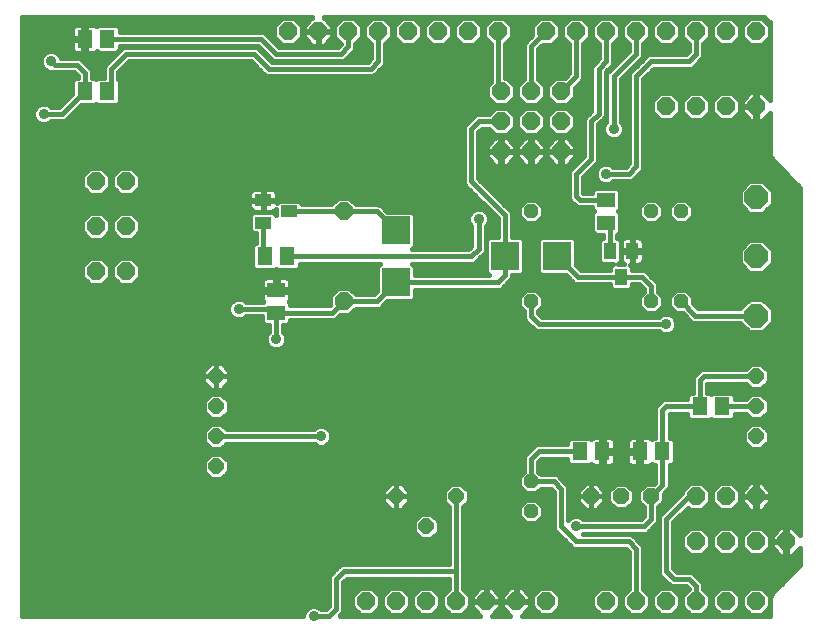
<source format=gbl>
G75*
%MOIN*%
%OFA0B0*%
%FSLAX25Y25*%
%IPPOS*%
%LPD*%
%AMOC8*
5,1,8,0,0,1.08239X$1,22.5*
%
%ADD10R,0.05118X0.05906*%
%ADD11OC8,0.05937*%
%ADD12OC8,0.05150*%
%ADD13R,0.05512X0.03937*%
%ADD14R,0.05906X0.05118*%
%ADD15R,0.09449X0.09449*%
%ADD16OC8,0.05200*%
%ADD17OC8,0.04756*%
%ADD18R,0.03937X0.05512*%
%ADD19OC8,0.07800*%
%ADD20OC8,0.06000*%
%ADD21C,0.01600*%
%ADD22C,0.03569*%
D10*
X0108855Y0130167D03*
X0116335Y0130167D03*
X0056335Y0185167D03*
X0048855Y0185167D03*
X0048855Y0202667D03*
X0056335Y0202667D03*
X0213855Y0065167D03*
X0221335Y0065167D03*
X0233855Y0065167D03*
X0241335Y0065167D03*
X0253855Y0080167D03*
X0261335Y0080167D03*
D11*
X0262595Y0015167D03*
X0252595Y0015167D03*
X0242595Y0015167D03*
X0232595Y0015167D03*
X0222595Y0015167D03*
X0202595Y0015167D03*
X0192595Y0015167D03*
X0182595Y0015167D03*
X0172595Y0015167D03*
X0162595Y0015167D03*
X0152595Y0015167D03*
X0142595Y0015167D03*
X0135095Y0115167D03*
X0135095Y0145167D03*
X0136595Y0205167D03*
X0126595Y0205167D03*
X0116595Y0205167D03*
X0146595Y0205167D03*
X0156595Y0205167D03*
X0166595Y0205167D03*
X0176595Y0205167D03*
X0186595Y0205167D03*
X0202595Y0205167D03*
X0212595Y0205167D03*
X0222595Y0205167D03*
X0232595Y0205167D03*
X0242595Y0205167D03*
X0252595Y0205167D03*
X0262595Y0205167D03*
X0272595Y0205167D03*
X0062595Y0155167D03*
X0052595Y0155167D03*
X0052595Y0140167D03*
X0062595Y0140167D03*
X0062595Y0125167D03*
X0052595Y0125167D03*
X0272595Y0015167D03*
D12*
X0272595Y0070167D03*
X0272595Y0080167D03*
X0272595Y0090167D03*
X0172595Y0050167D03*
X0162595Y0040167D03*
X0152595Y0050167D03*
X0092595Y0060167D03*
X0092595Y0070167D03*
X0092595Y0080167D03*
X0092595Y0090167D03*
D13*
X0108264Y0141427D03*
X0108264Y0148907D03*
X0116926Y0145167D03*
D14*
X0112595Y0118907D03*
X0112595Y0111427D03*
X0222595Y0141427D03*
X0222595Y0148907D03*
D15*
X0206257Y0130167D03*
X0188934Y0130167D03*
X0152595Y0138828D03*
X0152595Y0121505D03*
D16*
X0217595Y0050167D03*
X0227595Y0050167D03*
X0237595Y0050167D03*
D17*
X0197595Y0055167D03*
X0197595Y0045167D03*
X0197595Y0115167D03*
X0197595Y0145167D03*
X0237595Y0145167D03*
X0247595Y0145167D03*
X0247595Y0115167D03*
X0237595Y0115167D03*
D18*
X0227595Y0123336D03*
X0223855Y0131997D03*
X0231335Y0131997D03*
D19*
X0272595Y0130167D03*
X0272595Y0110467D03*
X0272595Y0149867D03*
D20*
X0272595Y0180167D03*
X0262595Y0180167D03*
X0252595Y0180167D03*
X0242595Y0180167D03*
X0207595Y0185167D03*
X0197595Y0185167D03*
X0187595Y0185167D03*
X0187595Y0175167D03*
X0197595Y0175167D03*
X0207595Y0175167D03*
X0207595Y0165167D03*
X0197595Y0165167D03*
X0187595Y0165167D03*
X0252595Y0050167D03*
X0262595Y0050167D03*
X0272595Y0050167D03*
X0272595Y0035167D03*
X0282595Y0035167D03*
X0262595Y0035167D03*
X0252595Y0035167D03*
D21*
X0027895Y0010467D02*
X0027895Y0209867D01*
X0124551Y0209867D01*
X0121827Y0207142D01*
X0121827Y0205351D01*
X0126411Y0205351D01*
X0126411Y0204982D01*
X0126779Y0204982D01*
X0126779Y0200398D01*
X0128570Y0200398D01*
X0131364Y0203191D01*
X0131364Y0204982D01*
X0126779Y0204982D01*
X0126779Y0205351D01*
X0131364Y0205351D01*
X0131364Y0207142D01*
X0128639Y0209867D01*
X0275400Y0209867D01*
X0277295Y0207971D01*
X0277295Y0182255D01*
X0274583Y0184967D01*
X0272795Y0184967D01*
X0272795Y0180367D01*
X0272395Y0180367D01*
X0272395Y0184967D01*
X0270607Y0184967D01*
X0267795Y0182155D01*
X0267795Y0180367D01*
X0272395Y0180367D01*
X0272395Y0179967D01*
X0267795Y0179967D01*
X0267795Y0178178D01*
X0270607Y0175367D01*
X0272395Y0175367D01*
X0272395Y0179967D01*
X0272795Y0179967D01*
X0272795Y0175367D01*
X0274583Y0175367D01*
X0277295Y0178078D01*
X0277295Y0164112D01*
X0278102Y0162164D01*
X0287295Y0152971D01*
X0287295Y0037255D01*
X0284583Y0039967D01*
X0282795Y0039967D01*
X0282795Y0035367D01*
X0282395Y0035367D01*
X0282395Y0039967D01*
X0280607Y0039967D01*
X0277795Y0037155D01*
X0277795Y0035367D01*
X0282395Y0035367D01*
X0282395Y0034967D01*
X0277795Y0034967D01*
X0277795Y0033178D01*
X0280607Y0030367D01*
X0282395Y0030367D01*
X0282395Y0034967D01*
X0282795Y0034967D01*
X0282795Y0030367D01*
X0284583Y0030367D01*
X0287295Y0033078D01*
X0287295Y0027362D01*
X0279593Y0019660D01*
X0278102Y0018169D01*
X0277295Y0016221D01*
X0277295Y0010467D01*
X0194639Y0010467D01*
X0197364Y0013191D01*
X0197364Y0014982D01*
X0192779Y0014982D01*
X0192779Y0015351D01*
X0192411Y0015351D01*
X0192411Y0019935D01*
X0190620Y0019935D01*
X0187827Y0017142D01*
X0187827Y0015351D01*
X0192411Y0015351D01*
X0192411Y0014982D01*
X0187827Y0014982D01*
X0187827Y0013191D01*
X0190551Y0010467D01*
X0184639Y0010467D01*
X0187364Y0013191D01*
X0187364Y0014982D01*
X0182779Y0014982D01*
X0182779Y0015351D01*
X0182411Y0015351D01*
X0182411Y0019935D01*
X0180620Y0019935D01*
X0177827Y0017142D01*
X0177827Y0015351D01*
X0182411Y0015351D01*
X0182411Y0014982D01*
X0177827Y0014982D01*
X0177827Y0013191D01*
X0180551Y0010467D01*
X0133789Y0010467D01*
X0133955Y0010632D01*
X0134630Y0011307D01*
X0134995Y0012189D01*
X0134995Y0021673D01*
X0136089Y0022767D01*
X0170195Y0022767D01*
X0170195Y0019227D01*
X0168027Y0017059D01*
X0168027Y0013274D01*
X0170703Y0010598D01*
X0174487Y0010598D01*
X0177164Y0013274D01*
X0177164Y0017059D01*
X0174995Y0019227D01*
X0174995Y0046663D01*
X0176770Y0048437D01*
X0176770Y0051896D01*
X0174324Y0054341D01*
X0170866Y0054341D01*
X0168420Y0051896D01*
X0168420Y0048437D01*
X0170195Y0046663D01*
X0170195Y0027567D01*
X0134618Y0027567D01*
X0133736Y0027201D01*
X0133061Y0026526D01*
X0130561Y0024026D01*
X0130195Y0023144D01*
X0130195Y0013661D01*
X0129101Y0012567D01*
X0127481Y0012567D01*
X0127012Y0013036D01*
X0125768Y0013551D01*
X0124422Y0013551D01*
X0123178Y0013036D01*
X0122226Y0012084D01*
X0121711Y0010840D01*
X0121711Y0010467D01*
X0027895Y0010467D01*
X0027895Y0011561D02*
X0122009Y0011561D01*
X0123476Y0013159D02*
X0027895Y0013159D01*
X0027895Y0014758D02*
X0130195Y0014758D01*
X0130195Y0016356D02*
X0027895Y0016356D01*
X0027895Y0017955D02*
X0130195Y0017955D01*
X0130195Y0019553D02*
X0027895Y0019553D01*
X0027895Y0021152D02*
X0130195Y0021152D01*
X0130195Y0022750D02*
X0027895Y0022750D01*
X0027895Y0024349D02*
X0130883Y0024349D01*
X0132482Y0025947D02*
X0027895Y0025947D01*
X0027895Y0027546D02*
X0134567Y0027546D01*
X0135095Y0025167D02*
X0172595Y0025167D01*
X0172595Y0015167D01*
X0168027Y0014758D02*
X0167164Y0014758D01*
X0167164Y0013274D02*
X0164487Y0010598D01*
X0160703Y0010598D01*
X0158027Y0013274D01*
X0158027Y0017059D01*
X0160703Y0019735D01*
X0164487Y0019735D01*
X0167164Y0017059D01*
X0167164Y0013274D01*
X0167049Y0013159D02*
X0168142Y0013159D01*
X0169740Y0011561D02*
X0165450Y0011561D01*
X0167164Y0016356D02*
X0168027Y0016356D01*
X0168922Y0017955D02*
X0166268Y0017955D01*
X0164669Y0019553D02*
X0170195Y0019553D01*
X0170195Y0021152D02*
X0134995Y0021152D01*
X0134995Y0019553D02*
X0140521Y0019553D01*
X0140703Y0019735D02*
X0138027Y0017059D01*
X0138027Y0013274D01*
X0140703Y0010598D01*
X0144487Y0010598D01*
X0147164Y0013274D01*
X0147164Y0017059D01*
X0144487Y0019735D01*
X0140703Y0019735D01*
X0138922Y0017955D02*
X0134995Y0017955D01*
X0134995Y0016356D02*
X0138027Y0016356D01*
X0138027Y0014758D02*
X0134995Y0014758D01*
X0134995Y0013159D02*
X0138142Y0013159D01*
X0139740Y0011561D02*
X0134735Y0011561D01*
X0132595Y0012667D02*
X0132595Y0022667D01*
X0135095Y0025167D01*
X0136073Y0022750D02*
X0170195Y0022750D01*
X0172595Y0025167D02*
X0172595Y0050167D01*
X0169646Y0053122D02*
X0155827Y0053122D01*
X0156970Y0051979D02*
X0154407Y0054541D01*
X0152595Y0054541D01*
X0150783Y0054541D01*
X0148220Y0051979D01*
X0148220Y0050167D01*
X0152595Y0050167D01*
X0152595Y0054541D01*
X0152595Y0050167D01*
X0152595Y0050167D01*
X0152595Y0050167D01*
X0156970Y0050167D01*
X0156970Y0051979D01*
X0156970Y0051523D02*
X0168420Y0051523D01*
X0168420Y0049925D02*
X0156970Y0049925D01*
X0156970Y0050167D02*
X0156970Y0048355D01*
X0154407Y0045792D01*
X0152595Y0045792D01*
X0152595Y0050167D01*
X0152595Y0050167D01*
X0148220Y0050167D01*
X0148220Y0048355D01*
X0150783Y0045792D01*
X0152595Y0045792D01*
X0152595Y0050167D01*
X0156970Y0050167D01*
X0156942Y0048326D02*
X0168531Y0048326D01*
X0170130Y0046728D02*
X0155343Y0046728D01*
X0152595Y0046728D02*
X0152595Y0046728D01*
X0152595Y0048326D02*
X0152595Y0048326D01*
X0152595Y0049925D02*
X0152595Y0049925D01*
X0152595Y0050167D02*
X0152595Y0050167D01*
X0152595Y0051523D02*
X0152595Y0051523D01*
X0152595Y0053122D02*
X0152595Y0053122D01*
X0149364Y0053122D02*
X0027895Y0053122D01*
X0027895Y0051523D02*
X0148220Y0051523D01*
X0148220Y0049925D02*
X0027895Y0049925D01*
X0027895Y0048326D02*
X0148248Y0048326D01*
X0149847Y0046728D02*
X0027895Y0046728D01*
X0027895Y0045129D02*
X0170195Y0045129D01*
X0170195Y0043531D02*
X0165135Y0043531D01*
X0164324Y0044341D02*
X0160866Y0044341D01*
X0158420Y0041896D01*
X0158420Y0038437D01*
X0160866Y0035992D01*
X0164324Y0035992D01*
X0166770Y0038437D01*
X0166770Y0041896D01*
X0164324Y0044341D01*
X0166733Y0041932D02*
X0170195Y0041932D01*
X0170195Y0040334D02*
X0166770Y0040334D01*
X0166770Y0038735D02*
X0170195Y0038735D01*
X0170195Y0037137D02*
X0165469Y0037137D01*
X0170195Y0035538D02*
X0027895Y0035538D01*
X0027895Y0033940D02*
X0170195Y0033940D01*
X0170195Y0032341D02*
X0027895Y0032341D01*
X0027895Y0030743D02*
X0170195Y0030743D01*
X0170195Y0029144D02*
X0027895Y0029144D01*
X0027895Y0037137D02*
X0159721Y0037137D01*
X0158420Y0038735D02*
X0027895Y0038735D01*
X0027895Y0040334D02*
X0158420Y0040334D01*
X0158457Y0041932D02*
X0027895Y0041932D01*
X0027895Y0043531D02*
X0160055Y0043531D01*
X0174995Y0043531D02*
X0193617Y0043531D01*
X0193617Y0043519D02*
X0195947Y0041189D01*
X0199243Y0041189D01*
X0201573Y0043519D01*
X0201573Y0046814D01*
X0199243Y0049145D01*
X0195947Y0049145D01*
X0193617Y0046814D01*
X0193617Y0043519D01*
X0193617Y0045129D02*
X0174995Y0045129D01*
X0175060Y0046728D02*
X0193617Y0046728D01*
X0195129Y0048326D02*
X0176659Y0048326D01*
X0176770Y0049925D02*
X0205195Y0049925D01*
X0205195Y0051523D02*
X0199578Y0051523D01*
X0199243Y0051189D02*
X0200821Y0052767D01*
X0204101Y0052767D01*
X0205195Y0051673D01*
X0205195Y0039689D01*
X0205561Y0038807D01*
X0210561Y0033807D01*
X0211236Y0033132D01*
X0212118Y0032767D01*
X0229101Y0032767D01*
X0230195Y0031673D01*
X0230195Y0019227D01*
X0228027Y0017059D01*
X0228027Y0013274D01*
X0230703Y0010598D01*
X0234487Y0010598D01*
X0237164Y0013274D01*
X0237164Y0017059D01*
X0234995Y0019227D01*
X0234995Y0033144D01*
X0234630Y0034026D01*
X0233955Y0034701D01*
X0231455Y0037201D01*
X0230573Y0037567D01*
X0214781Y0037567D01*
X0214981Y0037767D01*
X0235573Y0037767D01*
X0236455Y0038132D01*
X0238955Y0040632D01*
X0239630Y0041307D01*
X0239995Y0042189D01*
X0239995Y0046627D01*
X0241795Y0048427D01*
X0241795Y0050973D01*
X0243370Y0052547D01*
X0243735Y0053429D01*
X0243735Y0060614D01*
X0244557Y0060614D01*
X0245494Y0061551D01*
X0245494Y0068782D01*
X0244557Y0069719D01*
X0243735Y0069719D01*
X0243735Y0077767D01*
X0249696Y0077767D01*
X0249696Y0076551D01*
X0250633Y0075614D01*
X0257077Y0075614D01*
X0257595Y0076132D01*
X0258113Y0075614D01*
X0264557Y0075614D01*
X0265494Y0076551D01*
X0265494Y0077767D01*
X0269091Y0077767D01*
X0270866Y0075992D01*
X0274324Y0075992D01*
X0276770Y0078437D01*
X0276770Y0081896D01*
X0274324Y0084341D01*
X0270866Y0084341D01*
X0269091Y0082567D01*
X0265494Y0082567D01*
X0265494Y0083782D01*
X0264557Y0084719D01*
X0258113Y0084719D01*
X0257595Y0084201D01*
X0257077Y0084719D01*
X0256255Y0084719D01*
X0256255Y0087767D01*
X0269091Y0087767D01*
X0270866Y0085992D01*
X0274324Y0085992D01*
X0276770Y0088437D01*
X0276770Y0091896D01*
X0274324Y0094341D01*
X0270866Y0094341D01*
X0269091Y0092567D01*
X0254618Y0092567D01*
X0253736Y0092201D01*
X0253061Y0091526D01*
X0251820Y0090286D01*
X0251455Y0089404D01*
X0251455Y0084719D01*
X0250633Y0084719D01*
X0249696Y0083782D01*
X0249696Y0082567D01*
X0242118Y0082567D01*
X0241236Y0082201D01*
X0240561Y0081526D01*
X0239301Y0080266D01*
X0238935Y0079384D01*
X0238935Y0069719D01*
X0238113Y0069719D01*
X0237737Y0069342D01*
X0237519Y0069560D01*
X0237109Y0069797D01*
X0236651Y0069919D01*
X0234335Y0069919D01*
X0234335Y0065646D01*
X0233375Y0065646D01*
X0233375Y0064687D01*
X0229496Y0064687D01*
X0229496Y0061977D01*
X0229619Y0061519D01*
X0229856Y0061109D01*
X0230191Y0060774D01*
X0230601Y0060537D01*
X0231059Y0060414D01*
X0233375Y0060414D01*
X0233375Y0064687D01*
X0234335Y0064687D01*
X0234335Y0060414D01*
X0236651Y0060414D01*
X0237109Y0060537D01*
X0237519Y0060774D01*
X0237737Y0060991D01*
X0238113Y0060614D01*
X0238935Y0060614D01*
X0238935Y0054901D01*
X0238401Y0054367D01*
X0235855Y0054367D01*
X0233395Y0051906D01*
X0233395Y0048427D01*
X0235195Y0046627D01*
X0235195Y0043661D01*
X0234101Y0042567D01*
X0214981Y0042567D01*
X0214512Y0043036D01*
X0213268Y0043551D01*
X0211922Y0043551D01*
X0210678Y0043036D01*
X0209995Y0042353D01*
X0209995Y0053144D01*
X0209630Y0054026D01*
X0208955Y0054701D01*
X0206455Y0057201D01*
X0205573Y0057567D01*
X0200821Y0057567D01*
X0199995Y0058392D01*
X0199995Y0061673D01*
X0201089Y0062767D01*
X0209696Y0062767D01*
X0209696Y0061551D01*
X0210633Y0060614D01*
X0217077Y0060614D01*
X0217454Y0060991D01*
X0217671Y0060774D01*
X0218081Y0060537D01*
X0218539Y0060414D01*
X0220856Y0060414D01*
X0220856Y0064687D01*
X0221815Y0064687D01*
X0221815Y0065646D01*
X0225694Y0065646D01*
X0225694Y0068356D01*
X0225572Y0068814D01*
X0225335Y0069225D01*
X0225000Y0069560D01*
X0224589Y0069797D01*
X0224131Y0069919D01*
X0221815Y0069919D01*
X0221815Y0065646D01*
X0220856Y0065646D01*
X0220856Y0069919D01*
X0218539Y0069919D01*
X0218081Y0069797D01*
X0217671Y0069560D01*
X0217454Y0069342D01*
X0217077Y0069719D01*
X0210633Y0069719D01*
X0209696Y0068782D01*
X0209696Y0067567D01*
X0199618Y0067567D01*
X0198736Y0067201D01*
X0196236Y0064701D01*
X0195561Y0064026D01*
X0195195Y0063144D01*
X0195195Y0058392D01*
X0193617Y0056814D01*
X0193617Y0053519D01*
X0195947Y0051189D01*
X0199243Y0051189D01*
X0200061Y0048326D02*
X0205195Y0048326D01*
X0205195Y0046728D02*
X0201573Y0046728D01*
X0201573Y0045129D02*
X0205195Y0045129D01*
X0205195Y0043531D02*
X0201573Y0043531D01*
X0199987Y0041932D02*
X0205195Y0041932D01*
X0205195Y0040334D02*
X0174995Y0040334D01*
X0174995Y0041932D02*
X0195204Y0041932D01*
X0205632Y0038735D02*
X0174995Y0038735D01*
X0174995Y0037137D02*
X0207231Y0037137D01*
X0208829Y0035538D02*
X0174995Y0035538D01*
X0174995Y0033940D02*
X0210428Y0033940D01*
X0212595Y0035167D02*
X0230095Y0035167D01*
X0232595Y0032667D01*
X0232595Y0015167D01*
X0228027Y0014758D02*
X0227164Y0014758D01*
X0227164Y0013274D02*
X0224487Y0010598D01*
X0220703Y0010598D01*
X0218027Y0013274D01*
X0218027Y0017059D01*
X0220703Y0019735D01*
X0224487Y0019735D01*
X0227164Y0017059D01*
X0227164Y0013274D01*
X0227049Y0013159D02*
X0228142Y0013159D01*
X0229740Y0011561D02*
X0225450Y0011561D01*
X0227164Y0016356D02*
X0228027Y0016356D01*
X0228922Y0017955D02*
X0226268Y0017955D01*
X0224669Y0019553D02*
X0230195Y0019553D01*
X0230195Y0021152D02*
X0174995Y0021152D01*
X0174995Y0022750D02*
X0230195Y0022750D01*
X0230195Y0024349D02*
X0174995Y0024349D01*
X0174995Y0025947D02*
X0230195Y0025947D01*
X0230195Y0027546D02*
X0174995Y0027546D01*
X0174995Y0029144D02*
X0230195Y0029144D01*
X0230195Y0030743D02*
X0174995Y0030743D01*
X0174995Y0032341D02*
X0229526Y0032341D01*
X0233118Y0035538D02*
X0240195Y0035538D01*
X0240195Y0033940D02*
X0234665Y0033940D01*
X0234995Y0032341D02*
X0240195Y0032341D01*
X0240195Y0030743D02*
X0234995Y0030743D01*
X0234995Y0029144D02*
X0240195Y0029144D01*
X0240195Y0027546D02*
X0234995Y0027546D01*
X0234995Y0025947D02*
X0240195Y0025947D01*
X0240195Y0024689D02*
X0240561Y0023807D01*
X0243061Y0021307D01*
X0243736Y0020632D01*
X0244618Y0020267D01*
X0249101Y0020267D01*
X0250168Y0019200D01*
X0248027Y0017059D01*
X0248027Y0013274D01*
X0250703Y0010598D01*
X0254487Y0010598D01*
X0257164Y0013274D01*
X0257164Y0017059D01*
X0254995Y0019227D01*
X0254995Y0020644D01*
X0254630Y0021526D01*
X0253955Y0022201D01*
X0253955Y0022201D01*
X0252130Y0024026D01*
X0252130Y0024026D01*
X0251455Y0024701D01*
X0250573Y0025067D01*
X0246089Y0025067D01*
X0244995Y0026161D01*
X0244995Y0041673D01*
X0249790Y0046467D01*
X0250690Y0045567D01*
X0254501Y0045567D01*
X0257195Y0048261D01*
X0257195Y0052072D01*
X0254501Y0054767D01*
X0250690Y0054767D01*
X0247995Y0052072D01*
X0247995Y0051461D01*
X0241236Y0044701D01*
X0240561Y0044026D01*
X0240195Y0043144D01*
X0240195Y0024689D01*
X0240336Y0024349D02*
X0234995Y0024349D01*
X0234995Y0022750D02*
X0241617Y0022750D01*
X0243216Y0021152D02*
X0234995Y0021152D01*
X0234995Y0019553D02*
X0240521Y0019553D01*
X0240703Y0019735D02*
X0238027Y0017059D01*
X0238027Y0013274D01*
X0240703Y0010598D01*
X0244487Y0010598D01*
X0247164Y0013274D01*
X0247164Y0017059D01*
X0244487Y0019735D01*
X0240703Y0019735D01*
X0238922Y0017955D02*
X0236268Y0017955D01*
X0237164Y0016356D02*
X0238027Y0016356D01*
X0238027Y0014758D02*
X0237164Y0014758D01*
X0237049Y0013159D02*
X0238142Y0013159D01*
X0239740Y0011561D02*
X0235450Y0011561D01*
X0245450Y0011561D02*
X0249740Y0011561D01*
X0248142Y0013159D02*
X0247049Y0013159D01*
X0247164Y0014758D02*
X0248027Y0014758D01*
X0248027Y0016356D02*
X0247164Y0016356D01*
X0246268Y0017955D02*
X0248922Y0017955D01*
X0249814Y0019553D02*
X0244669Y0019553D01*
X0245095Y0022667D02*
X0250095Y0022667D01*
X0252595Y0020167D01*
X0252595Y0015167D01*
X0256268Y0017955D02*
X0258922Y0017955D01*
X0258027Y0017059D02*
X0258027Y0013274D01*
X0260703Y0010598D01*
X0264487Y0010598D01*
X0267164Y0013274D01*
X0267164Y0017059D01*
X0264487Y0019735D01*
X0260703Y0019735D01*
X0258027Y0017059D01*
X0258027Y0016356D02*
X0257164Y0016356D01*
X0257164Y0014758D02*
X0258027Y0014758D01*
X0258142Y0013159D02*
X0257049Y0013159D01*
X0255450Y0011561D02*
X0259740Y0011561D01*
X0265450Y0011561D02*
X0269740Y0011561D01*
X0270703Y0010598D02*
X0274487Y0010598D01*
X0277164Y0013274D01*
X0277164Y0017059D01*
X0274487Y0019735D01*
X0270703Y0019735D01*
X0268027Y0017059D01*
X0268027Y0013274D01*
X0270703Y0010598D01*
X0268142Y0013159D02*
X0267049Y0013159D01*
X0267164Y0014758D02*
X0268027Y0014758D01*
X0268027Y0016356D02*
X0267164Y0016356D01*
X0266268Y0017955D02*
X0268922Y0017955D01*
X0270521Y0019553D02*
X0264669Y0019553D01*
X0260521Y0019553D02*
X0254995Y0019553D01*
X0254785Y0021152D02*
X0281085Y0021152D01*
X0282683Y0022750D02*
X0253406Y0022750D01*
X0251807Y0024349D02*
X0284282Y0024349D01*
X0285880Y0025947D02*
X0245209Y0025947D01*
X0244995Y0027546D02*
X0287295Y0027546D01*
X0287295Y0029144D02*
X0244995Y0029144D01*
X0244995Y0030743D02*
X0250514Y0030743D01*
X0250690Y0030567D02*
X0247995Y0033261D01*
X0247995Y0037072D01*
X0250690Y0039767D01*
X0254501Y0039767D01*
X0257195Y0037072D01*
X0257195Y0033261D01*
X0254501Y0030567D01*
X0250690Y0030567D01*
X0248915Y0032341D02*
X0244995Y0032341D01*
X0244995Y0033940D02*
X0247995Y0033940D01*
X0247995Y0035538D02*
X0244995Y0035538D01*
X0244995Y0037137D02*
X0248060Y0037137D01*
X0249659Y0038735D02*
X0244995Y0038735D01*
X0244995Y0040334D02*
X0287295Y0040334D01*
X0287295Y0041932D02*
X0245255Y0041932D01*
X0246854Y0043531D02*
X0287295Y0043531D01*
X0287295Y0045129D02*
X0248452Y0045129D01*
X0244861Y0048326D02*
X0241695Y0048326D01*
X0241795Y0049925D02*
X0246459Y0049925D01*
X0247995Y0051523D02*
X0242346Y0051523D01*
X0243608Y0053122D02*
X0249045Y0053122D01*
X0250644Y0054721D02*
X0243735Y0054721D01*
X0243735Y0056319D02*
X0287295Y0056319D01*
X0287295Y0054721D02*
X0274829Y0054721D01*
X0274583Y0054967D02*
X0272795Y0054967D01*
X0272795Y0050367D01*
X0272395Y0050367D01*
X0272395Y0054967D01*
X0270607Y0054967D01*
X0267795Y0052155D01*
X0267795Y0050367D01*
X0272395Y0050367D01*
X0272395Y0049967D01*
X0267795Y0049967D01*
X0267795Y0048178D01*
X0270607Y0045367D01*
X0272395Y0045367D01*
X0272395Y0049967D01*
X0272795Y0049967D01*
X0272795Y0050367D01*
X0277395Y0050367D01*
X0277395Y0052155D01*
X0274583Y0054967D01*
X0272795Y0054721D02*
X0272395Y0054721D01*
X0272395Y0053122D02*
X0272795Y0053122D01*
X0272795Y0051523D02*
X0272395Y0051523D01*
X0272395Y0049925D02*
X0272795Y0049925D01*
X0272795Y0049967D02*
X0272795Y0045367D01*
X0274583Y0045367D01*
X0277395Y0048178D01*
X0277395Y0049967D01*
X0272795Y0049967D01*
X0272795Y0048326D02*
X0272395Y0048326D01*
X0272395Y0046728D02*
X0272795Y0046728D01*
X0275945Y0046728D02*
X0287295Y0046728D01*
X0287295Y0048326D02*
X0277395Y0048326D01*
X0277395Y0049925D02*
X0287295Y0049925D01*
X0287295Y0051523D02*
X0277395Y0051523D01*
X0276428Y0053122D02*
X0287295Y0053122D01*
X0287295Y0057918D02*
X0243735Y0057918D01*
X0243735Y0059516D02*
X0287295Y0059516D01*
X0287295Y0061115D02*
X0245058Y0061115D01*
X0245494Y0062713D02*
X0287295Y0062713D01*
X0287295Y0064312D02*
X0245494Y0064312D01*
X0245494Y0065910D02*
X0287295Y0065910D01*
X0287295Y0067509D02*
X0275841Y0067509D01*
X0276770Y0068437D02*
X0274324Y0065992D01*
X0270866Y0065992D01*
X0268420Y0068437D01*
X0268420Y0071896D01*
X0270866Y0074341D01*
X0274324Y0074341D01*
X0276770Y0071896D01*
X0276770Y0068437D01*
X0276770Y0069107D02*
X0287295Y0069107D01*
X0287295Y0070706D02*
X0276770Y0070706D01*
X0276362Y0072304D02*
X0287295Y0072304D01*
X0287295Y0073903D02*
X0274763Y0073903D01*
X0275432Y0077100D02*
X0287295Y0077100D01*
X0287295Y0078698D02*
X0276770Y0078698D01*
X0276770Y0080297D02*
X0287295Y0080297D01*
X0287295Y0081895D02*
X0276770Y0081895D01*
X0275172Y0083494D02*
X0287295Y0083494D01*
X0287295Y0085092D02*
X0256255Y0085092D01*
X0256255Y0086691D02*
X0270167Y0086691D01*
X0270018Y0083494D02*
X0265494Y0083494D01*
X0261335Y0080167D02*
X0272595Y0080167D01*
X0269758Y0077100D02*
X0265494Y0077100D01*
X0268829Y0072304D02*
X0243735Y0072304D01*
X0243735Y0070706D02*
X0268420Y0070706D01*
X0268420Y0069107D02*
X0245169Y0069107D01*
X0245494Y0067509D02*
X0269349Y0067509D01*
X0270427Y0073903D02*
X0243735Y0073903D01*
X0243735Y0075501D02*
X0287295Y0075501D01*
X0287295Y0086691D02*
X0275023Y0086691D01*
X0276622Y0088289D02*
X0287295Y0088289D01*
X0287295Y0089888D02*
X0276770Y0089888D01*
X0276770Y0091486D02*
X0287295Y0091486D01*
X0287295Y0093085D02*
X0275581Y0093085D01*
X0272595Y0090167D02*
X0255095Y0090167D01*
X0253855Y0088927D01*
X0253855Y0080167D01*
X0242595Y0080167D01*
X0241335Y0078907D01*
X0241335Y0065167D01*
X0241335Y0053907D01*
X0237595Y0050167D01*
X0237595Y0042667D01*
X0235095Y0040167D01*
X0212595Y0040167D01*
X0211874Y0043531D02*
X0209995Y0043531D01*
X0209995Y0045129D02*
X0235195Y0045129D01*
X0235094Y0046728D02*
X0230096Y0046728D01*
X0229335Y0045967D02*
X0231795Y0048427D01*
X0231795Y0051906D01*
X0229335Y0054367D01*
X0225855Y0054367D01*
X0223395Y0051906D01*
X0223395Y0048427D01*
X0225855Y0045967D01*
X0229335Y0045967D01*
X0231695Y0048326D02*
X0233496Y0048326D01*
X0233395Y0049925D02*
X0231795Y0049925D01*
X0231795Y0051523D02*
X0233395Y0051523D01*
X0234611Y0053122D02*
X0230579Y0053122D01*
X0224611Y0053122D02*
X0220862Y0053122D01*
X0221995Y0051989D02*
X0219418Y0054567D01*
X0217595Y0054567D01*
X0215773Y0054567D01*
X0213195Y0051989D01*
X0213195Y0050167D01*
X0217595Y0050167D01*
X0217595Y0054567D01*
X0217595Y0050167D01*
X0217595Y0050167D01*
X0217595Y0050167D01*
X0221995Y0050167D01*
X0221995Y0051989D01*
X0221995Y0051523D02*
X0223395Y0051523D01*
X0223395Y0049925D02*
X0221995Y0049925D01*
X0221995Y0050167D02*
X0221995Y0048344D01*
X0219418Y0045767D01*
X0217595Y0045767D01*
X0217595Y0050167D01*
X0217595Y0050167D01*
X0213195Y0050167D01*
X0213195Y0048344D01*
X0215773Y0045767D01*
X0217595Y0045767D01*
X0217595Y0050167D01*
X0221995Y0050167D01*
X0221977Y0048326D02*
X0223496Y0048326D01*
X0225094Y0046728D02*
X0220379Y0046728D01*
X0217595Y0046728D02*
X0217595Y0046728D01*
X0217595Y0048326D02*
X0217595Y0048326D01*
X0217595Y0049925D02*
X0217595Y0049925D01*
X0217595Y0050167D02*
X0217595Y0050167D01*
X0217595Y0051523D02*
X0217595Y0051523D01*
X0217595Y0053122D02*
X0217595Y0053122D01*
X0214328Y0053122D02*
X0209995Y0053122D01*
X0209995Y0051523D02*
X0213195Y0051523D01*
X0213195Y0049925D02*
X0209995Y0049925D01*
X0209995Y0048326D02*
X0213213Y0048326D01*
X0214811Y0046728D02*
X0209995Y0046728D01*
X0213317Y0043531D02*
X0235065Y0043531D01*
X0238656Y0040334D02*
X0240195Y0040334D01*
X0240195Y0041932D02*
X0239889Y0041932D01*
X0239995Y0043531D02*
X0240355Y0043531D01*
X0239995Y0045129D02*
X0241664Y0045129D01*
X0240096Y0046728D02*
X0243262Y0046728D01*
X0242595Y0042667D02*
X0242595Y0025167D01*
X0245095Y0022667D01*
X0254677Y0030743D02*
X0260514Y0030743D01*
X0260690Y0030567D02*
X0264501Y0030567D01*
X0267195Y0033261D01*
X0267195Y0037072D01*
X0264501Y0039767D01*
X0260690Y0039767D01*
X0257995Y0037072D01*
X0257995Y0033261D01*
X0260690Y0030567D01*
X0258915Y0032341D02*
X0256275Y0032341D01*
X0257195Y0033940D02*
X0257995Y0033940D01*
X0257995Y0035538D02*
X0257195Y0035538D01*
X0257130Y0037137D02*
X0258060Y0037137D01*
X0259659Y0038735D02*
X0255532Y0038735D01*
X0255662Y0046728D02*
X0259528Y0046728D01*
X0260690Y0045567D02*
X0257995Y0048261D01*
X0257995Y0052072D01*
X0260690Y0054767D01*
X0264501Y0054767D01*
X0267195Y0052072D01*
X0267195Y0048261D01*
X0264501Y0045567D01*
X0260690Y0045567D01*
X0257995Y0048326D02*
X0257195Y0048326D01*
X0257195Y0049925D02*
X0257995Y0049925D01*
X0257995Y0051523D02*
X0257195Y0051523D01*
X0256145Y0053122D02*
X0259045Y0053122D01*
X0260644Y0054721D02*
X0254547Y0054721D01*
X0252595Y0050167D02*
X0250095Y0050167D01*
X0242595Y0042667D01*
X0240195Y0038735D02*
X0237058Y0038735D01*
X0240195Y0037137D02*
X0231519Y0037137D01*
X0212595Y0035167D02*
X0207595Y0040167D01*
X0207595Y0052667D01*
X0205095Y0055167D01*
X0197595Y0055167D01*
X0197595Y0062667D01*
X0200095Y0065167D01*
X0213855Y0065167D01*
X0209696Y0062713D02*
X0201036Y0062713D01*
X0199995Y0061115D02*
X0210133Y0061115D01*
X0207337Y0056319D02*
X0238935Y0056319D01*
X0238935Y0057918D02*
X0200470Y0057918D01*
X0199995Y0059516D02*
X0238935Y0059516D01*
X0238755Y0054721D02*
X0208935Y0054721D01*
X0220856Y0061115D02*
X0221815Y0061115D01*
X0221815Y0060414D02*
X0224131Y0060414D01*
X0224589Y0060537D01*
X0225000Y0060774D01*
X0225335Y0061109D01*
X0225572Y0061519D01*
X0225694Y0061977D01*
X0225694Y0064687D01*
X0221815Y0064687D01*
X0221815Y0060414D01*
X0221815Y0062713D02*
X0220856Y0062713D01*
X0220856Y0064312D02*
X0221815Y0064312D01*
X0221335Y0065167D02*
X0233855Y0065167D01*
X0233375Y0065646D02*
X0229496Y0065646D01*
X0229496Y0068356D01*
X0229619Y0068814D01*
X0229856Y0069225D01*
X0230191Y0069560D01*
X0230601Y0069797D01*
X0231059Y0069919D01*
X0233375Y0069919D01*
X0233375Y0065646D01*
X0233375Y0065910D02*
X0234335Y0065910D01*
X0234335Y0064312D02*
X0233375Y0064312D01*
X0233375Y0062713D02*
X0234335Y0062713D01*
X0234335Y0061115D02*
X0233375Y0061115D01*
X0229852Y0061115D02*
X0225338Y0061115D01*
X0225694Y0062713D02*
X0229496Y0062713D01*
X0229496Y0064312D02*
X0225694Y0064312D01*
X0225694Y0065910D02*
X0229496Y0065910D01*
X0229496Y0067509D02*
X0225694Y0067509D01*
X0225403Y0069107D02*
X0229788Y0069107D01*
X0233375Y0069107D02*
X0234335Y0069107D01*
X0234335Y0067509D02*
X0233375Y0067509D01*
X0238935Y0070706D02*
X0130979Y0070706D01*
X0130979Y0070840D02*
X0130464Y0072084D01*
X0129512Y0073036D01*
X0128268Y0073551D01*
X0126922Y0073551D01*
X0125678Y0073036D01*
X0125209Y0072567D01*
X0096099Y0072567D01*
X0094324Y0074341D01*
X0090866Y0074341D01*
X0088420Y0071896D01*
X0088420Y0068437D01*
X0090866Y0065992D01*
X0094324Y0065992D01*
X0096099Y0067767D01*
X0125209Y0067767D01*
X0125678Y0067298D01*
X0126922Y0066782D01*
X0128268Y0066782D01*
X0129512Y0067298D01*
X0130464Y0068250D01*
X0130979Y0069493D01*
X0130979Y0070840D01*
X0130244Y0072304D02*
X0238935Y0072304D01*
X0238935Y0073903D02*
X0094763Y0073903D01*
X0094324Y0075992D02*
X0096770Y0078437D01*
X0096770Y0081896D01*
X0094324Y0084341D01*
X0090866Y0084341D01*
X0088420Y0081896D01*
X0088420Y0078437D01*
X0090866Y0075992D01*
X0094324Y0075992D01*
X0095432Y0077100D02*
X0238935Y0077100D01*
X0238935Y0078698D02*
X0096770Y0078698D01*
X0096770Y0080297D02*
X0239331Y0080297D01*
X0240930Y0081895D02*
X0096770Y0081895D01*
X0095172Y0083494D02*
X0249696Y0083494D01*
X0251455Y0085092D02*
X0027895Y0085092D01*
X0027895Y0083494D02*
X0090018Y0083494D01*
X0088420Y0081895D02*
X0027895Y0081895D01*
X0027895Y0080297D02*
X0088420Y0080297D01*
X0088420Y0078698D02*
X0027895Y0078698D01*
X0027895Y0077100D02*
X0089758Y0077100D01*
X0090427Y0073903D02*
X0027895Y0073903D01*
X0027895Y0075501D02*
X0238935Y0075501D01*
X0243735Y0077100D02*
X0249696Y0077100D01*
X0251455Y0086691D02*
X0095306Y0086691D01*
X0094407Y0085792D02*
X0096970Y0088355D01*
X0096970Y0090167D01*
X0096970Y0091979D01*
X0094407Y0094541D01*
X0092595Y0094541D01*
X0090783Y0094541D01*
X0088220Y0091979D01*
X0088220Y0090167D01*
X0092595Y0090167D01*
X0092595Y0094541D01*
X0092595Y0090167D01*
X0092595Y0090167D01*
X0092595Y0090167D01*
X0096970Y0090167D01*
X0092595Y0090167D01*
X0092595Y0090167D01*
X0088220Y0090167D01*
X0088220Y0088355D01*
X0090783Y0085792D01*
X0092595Y0085792D01*
X0092595Y0090167D01*
X0092595Y0090167D01*
X0092595Y0085792D01*
X0094407Y0085792D01*
X0092595Y0086691D02*
X0092595Y0086691D01*
X0092595Y0088289D02*
X0092595Y0088289D01*
X0092595Y0089888D02*
X0092595Y0089888D01*
X0092595Y0091486D02*
X0092595Y0091486D01*
X0092595Y0093085D02*
X0092595Y0093085D01*
X0095864Y0093085D02*
X0269609Y0093085D01*
X0270317Y0104967D02*
X0274873Y0104967D01*
X0278095Y0108188D01*
X0278095Y0112745D01*
X0274873Y0115967D01*
X0270317Y0115967D01*
X0267217Y0112867D01*
X0253289Y0112867D01*
X0251573Y0114583D01*
X0251573Y0116814D01*
X0249243Y0119145D01*
X0245947Y0119145D01*
X0243617Y0116814D01*
X0243617Y0113519D01*
X0245947Y0111189D01*
X0248179Y0111189D01*
X0250261Y0109107D01*
X0250936Y0108432D01*
X0251818Y0108067D01*
X0267217Y0108067D01*
X0270317Y0104967D01*
X0269411Y0105873D02*
X0245515Y0105873D01*
X0245464Y0105750D02*
X0245979Y0106993D01*
X0245979Y0108340D01*
X0245464Y0109584D01*
X0244512Y0110536D01*
X0243268Y0111051D01*
X0241922Y0111051D01*
X0240678Y0110536D01*
X0240209Y0110067D01*
X0201089Y0110067D01*
X0199995Y0111161D01*
X0199995Y0111941D01*
X0201573Y0113519D01*
X0201573Y0116814D01*
X0199243Y0119145D01*
X0195947Y0119145D01*
X0193617Y0116814D01*
X0193617Y0113519D01*
X0195195Y0111941D01*
X0195195Y0109689D01*
X0195561Y0108807D01*
X0196236Y0108132D01*
X0198736Y0105632D01*
X0199618Y0105267D01*
X0240209Y0105267D01*
X0240678Y0104798D01*
X0241922Y0104282D01*
X0243268Y0104282D01*
X0244512Y0104798D01*
X0245464Y0105750D01*
X0245979Y0107471D02*
X0267812Y0107471D01*
X0272595Y0110467D02*
X0252295Y0110467D01*
X0247595Y0115167D01*
X0244869Y0112267D02*
X0240321Y0112267D01*
X0239243Y0111189D02*
X0241573Y0113519D01*
X0241573Y0116814D01*
X0239995Y0118392D01*
X0239995Y0120644D01*
X0239630Y0121526D01*
X0238955Y0122201D01*
X0235785Y0125371D01*
X0234903Y0125736D01*
X0231164Y0125736D01*
X0231164Y0126755D01*
X0230477Y0127441D01*
X0231151Y0127441D01*
X0231151Y0131813D01*
X0231520Y0131813D01*
X0231520Y0132182D01*
X0235104Y0132182D01*
X0235104Y0134990D01*
X0234981Y0135448D01*
X0234744Y0135858D01*
X0234409Y0136194D01*
X0233999Y0136431D01*
X0233541Y0136553D01*
X0231520Y0136553D01*
X0231520Y0132182D01*
X0231151Y0132182D01*
X0231151Y0136553D01*
X0229130Y0136553D01*
X0228672Y0136431D01*
X0228262Y0136194D01*
X0227926Y0135858D01*
X0227689Y0135448D01*
X0227567Y0134990D01*
X0227567Y0132182D01*
X0231151Y0132182D01*
X0231151Y0131813D01*
X0227567Y0131813D01*
X0227567Y0129004D01*
X0227689Y0128547D01*
X0227926Y0128136D01*
X0228262Y0127801D01*
X0228451Y0127692D01*
X0226537Y0127692D01*
X0227423Y0128579D01*
X0227423Y0135416D01*
X0226486Y0136353D01*
X0226255Y0136353D01*
X0226255Y0137312D01*
X0227148Y0138205D01*
X0227148Y0144648D01*
X0226630Y0145167D01*
X0227148Y0145685D01*
X0227148Y0152129D01*
X0226211Y0153066D01*
X0218980Y0153066D01*
X0218042Y0152129D01*
X0218042Y0151307D01*
X0214995Y0151307D01*
X0214995Y0156673D01*
X0219630Y0161307D01*
X0219995Y0162189D01*
X0219995Y0174173D01*
X0222130Y0176307D01*
X0222495Y0177189D01*
X0222495Y0191673D01*
X0224630Y0193807D01*
X0224995Y0194689D01*
X0224995Y0201106D01*
X0227164Y0203274D01*
X0227164Y0207059D01*
X0224487Y0209735D01*
X0220703Y0209735D01*
X0218027Y0207059D01*
X0218027Y0203274D01*
X0220195Y0201106D01*
X0220195Y0196161D01*
X0218736Y0194701D01*
X0218061Y0194026D01*
X0217695Y0193144D01*
X0217695Y0178661D01*
X0216236Y0177201D01*
X0215561Y0176526D01*
X0215195Y0175644D01*
X0215195Y0163661D01*
X0211236Y0159701D01*
X0210561Y0159026D01*
X0210195Y0158144D01*
X0210195Y0149689D01*
X0210561Y0148807D01*
X0212495Y0146872D01*
X0213378Y0146507D01*
X0218042Y0146507D01*
X0218042Y0145685D01*
X0218561Y0145167D01*
X0218042Y0144648D01*
X0218042Y0138205D01*
X0218980Y0137267D01*
X0221455Y0137267D01*
X0221455Y0136353D01*
X0221224Y0136353D01*
X0220286Y0135416D01*
X0220286Y0128579D01*
X0221224Y0127641D01*
X0224914Y0127641D01*
X0224027Y0126755D01*
X0224027Y0125736D01*
X0214081Y0125736D01*
X0212581Y0127236D01*
X0212581Y0135554D01*
X0211644Y0136491D01*
X0200869Y0136491D01*
X0199932Y0135554D01*
X0199932Y0124780D01*
X0200869Y0123842D01*
X0209187Y0123842D01*
X0211728Y0121301D01*
X0212610Y0120936D01*
X0224027Y0120936D01*
X0224027Y0119917D01*
X0224964Y0118980D01*
X0230226Y0118980D01*
X0231164Y0119917D01*
X0231164Y0120936D01*
X0233432Y0120936D01*
X0235195Y0119173D01*
X0235195Y0118392D01*
X0233617Y0116814D01*
X0233617Y0113519D01*
X0235947Y0111189D01*
X0239243Y0111189D01*
X0240999Y0110668D02*
X0200487Y0110668D01*
X0200321Y0112267D02*
X0234869Y0112267D01*
X0233617Y0113865D02*
X0201573Y0113865D01*
X0201573Y0115464D02*
X0233617Y0115464D01*
X0233865Y0117062D02*
X0201325Y0117062D01*
X0199726Y0118661D02*
X0235195Y0118661D01*
X0234108Y0120259D02*
X0231164Y0120259D01*
X0234426Y0123336D02*
X0227595Y0123336D01*
X0213087Y0123336D01*
X0206257Y0130167D01*
X0212581Y0129851D02*
X0220286Y0129851D01*
X0220286Y0131449D02*
X0212581Y0131449D01*
X0212581Y0133048D02*
X0220286Y0133048D01*
X0220286Y0134646D02*
X0212581Y0134646D01*
X0211890Y0136245D02*
X0221115Y0136245D01*
X0218404Y0137843D02*
X0191334Y0137843D01*
X0191334Y0136491D02*
X0191334Y0144305D01*
X0190968Y0145188D01*
X0179995Y0156161D01*
X0179995Y0171673D01*
X0181089Y0172767D01*
X0183490Y0172767D01*
X0185690Y0170567D01*
X0189501Y0170567D01*
X0192195Y0173261D01*
X0192195Y0177072D01*
X0189501Y0179767D01*
X0185690Y0179767D01*
X0183490Y0177567D01*
X0179618Y0177567D01*
X0178736Y0177201D01*
X0176236Y0174701D01*
X0175561Y0174026D01*
X0175195Y0173144D01*
X0175195Y0154689D01*
X0175561Y0153807D01*
X0176236Y0153132D01*
X0186534Y0142834D01*
X0186534Y0136491D01*
X0183547Y0136491D01*
X0182609Y0135554D01*
X0182609Y0124780D01*
X0183484Y0123905D01*
X0158920Y0123905D01*
X0158920Y0126892D01*
X0158045Y0127767D01*
X0178073Y0127767D01*
X0178955Y0128132D01*
X0179630Y0128807D01*
X0182130Y0131307D01*
X0182495Y0132189D01*
X0182495Y0140281D01*
X0182964Y0140750D01*
X0183479Y0141993D01*
X0183479Y0143340D01*
X0182964Y0144584D01*
X0182012Y0145536D01*
X0180768Y0146051D01*
X0179422Y0146051D01*
X0178178Y0145536D01*
X0177226Y0144584D01*
X0176711Y0143340D01*
X0176711Y0141993D01*
X0177226Y0140750D01*
X0177695Y0140281D01*
X0177695Y0133661D01*
X0176601Y0132567D01*
X0158045Y0132567D01*
X0158920Y0133441D01*
X0158920Y0144215D01*
X0157982Y0145152D01*
X0149665Y0145152D01*
X0148291Y0146526D01*
X0148291Y0146526D01*
X0147616Y0147201D01*
X0146734Y0147567D01*
X0139156Y0147567D01*
X0136987Y0149735D01*
X0133203Y0149735D01*
X0131034Y0147567D01*
X0121282Y0147567D01*
X0121282Y0147798D01*
X0120344Y0148735D01*
X0113507Y0148735D01*
X0112820Y0148048D01*
X0112820Y0148723D01*
X0108449Y0148723D01*
X0108449Y0149091D01*
X0112820Y0149091D01*
X0112820Y0151112D01*
X0112698Y0151570D01*
X0112461Y0151981D01*
X0112126Y0152316D01*
X0111715Y0152553D01*
X0111257Y0152675D01*
X0108449Y0152675D01*
X0108449Y0149091D01*
X0108080Y0149091D01*
X0108080Y0148723D01*
X0103709Y0148723D01*
X0103709Y0146701D01*
X0103831Y0146244D01*
X0104068Y0145833D01*
X0104403Y0145498D01*
X0104814Y0145261D01*
X0105272Y0145138D01*
X0108080Y0145138D01*
X0108080Y0148722D01*
X0108449Y0148722D01*
X0108449Y0145138D01*
X0111257Y0145138D01*
X0111715Y0145261D01*
X0112126Y0145498D01*
X0112461Y0145833D01*
X0112570Y0146022D01*
X0112570Y0144108D01*
X0111683Y0144995D01*
X0104846Y0144995D01*
X0103909Y0144058D01*
X0103909Y0138795D01*
X0104846Y0137858D01*
X0105864Y0137858D01*
X0105864Y0134719D01*
X0105633Y0134719D01*
X0104696Y0133782D01*
X0104696Y0126551D01*
X0105633Y0125614D01*
X0112077Y0125614D01*
X0112595Y0126132D01*
X0113113Y0125614D01*
X0119557Y0125614D01*
X0120494Y0126551D01*
X0120494Y0127767D01*
X0147145Y0127767D01*
X0146271Y0126892D01*
X0146271Y0118575D01*
X0145262Y0117567D01*
X0139156Y0117567D01*
X0136987Y0119735D01*
X0133203Y0119735D01*
X0130527Y0117059D01*
X0130527Y0113992D01*
X0130361Y0113826D01*
X0117148Y0113826D01*
X0117148Y0114648D01*
X0116771Y0115025D01*
X0116988Y0115243D01*
X0117225Y0115653D01*
X0117348Y0116111D01*
X0117348Y0118427D01*
X0113075Y0118427D01*
X0113075Y0119386D01*
X0117348Y0119386D01*
X0117348Y0121703D01*
X0117225Y0122161D01*
X0116988Y0122571D01*
X0116653Y0122906D01*
X0116243Y0123143D01*
X0115785Y0123266D01*
X0113075Y0123266D01*
X0113075Y0119386D01*
X0112116Y0119386D01*
X0112116Y0118427D01*
X0107842Y0118427D01*
X0107842Y0116111D01*
X0107965Y0115653D01*
X0108202Y0115243D01*
X0108378Y0115067D01*
X0102481Y0115067D01*
X0102012Y0115536D01*
X0100768Y0116051D01*
X0099422Y0116051D01*
X0098178Y0115536D01*
X0097226Y0114584D01*
X0096711Y0113340D01*
X0096711Y0111993D01*
X0097226Y0110750D01*
X0098178Y0109798D01*
X0099422Y0109282D01*
X0100768Y0109282D01*
X0102012Y0109798D01*
X0102481Y0110267D01*
X0108042Y0110267D01*
X0108042Y0108205D01*
X0108980Y0107267D01*
X0110195Y0107267D01*
X0110195Y0105053D01*
X0109726Y0104584D01*
X0109211Y0103340D01*
X0109211Y0101993D01*
X0109726Y0100750D01*
X0110678Y0099798D01*
X0111922Y0099282D01*
X0113268Y0099282D01*
X0114512Y0099798D01*
X0115464Y0100750D01*
X0115979Y0101993D01*
X0115979Y0103340D01*
X0115464Y0104584D01*
X0114995Y0105053D01*
X0114995Y0107267D01*
X0116211Y0107267D01*
X0117148Y0108205D01*
X0117148Y0109027D01*
X0131832Y0109027D01*
X0132714Y0109392D01*
X0133921Y0110598D01*
X0136987Y0110598D01*
X0139156Y0112767D01*
X0146734Y0112767D01*
X0147616Y0113132D01*
X0148291Y0113807D01*
X0149665Y0115181D01*
X0157982Y0115181D01*
X0158920Y0116118D01*
X0158920Y0119105D01*
X0186911Y0119105D01*
X0187793Y0119471D01*
X0190968Y0122646D01*
X0191334Y0123528D01*
X0191334Y0123842D01*
X0194321Y0123842D01*
X0195258Y0124780D01*
X0195258Y0135554D01*
X0194321Y0136491D01*
X0191334Y0136491D01*
X0191334Y0139442D02*
X0218042Y0139442D01*
X0218042Y0141040D02*
X0191334Y0141040D01*
X0191334Y0142639D02*
X0194497Y0142639D01*
X0193617Y0143519D02*
X0195947Y0141189D01*
X0199243Y0141189D01*
X0201573Y0143519D01*
X0201573Y0146814D01*
X0199243Y0149145D01*
X0195947Y0149145D01*
X0193617Y0146814D01*
X0193617Y0143519D01*
X0193617Y0144237D02*
X0191334Y0144237D01*
X0190320Y0145836D02*
X0193617Y0145836D01*
X0194237Y0147434D02*
X0188722Y0147434D01*
X0187123Y0149033D02*
X0195835Y0149033D01*
X0199355Y0149033D02*
X0210467Y0149033D01*
X0210195Y0150631D02*
X0185525Y0150631D01*
X0183926Y0152230D02*
X0210195Y0152230D01*
X0210195Y0153828D02*
X0182328Y0153828D01*
X0180729Y0155427D02*
X0210195Y0155427D01*
X0210195Y0157025D02*
X0179995Y0157025D01*
X0179995Y0158624D02*
X0210394Y0158624D01*
X0209583Y0160367D02*
X0207795Y0160367D01*
X0207795Y0164967D01*
X0207795Y0165367D01*
X0207395Y0165367D01*
X0207395Y0169967D01*
X0205607Y0169967D01*
X0202795Y0167155D01*
X0202795Y0165367D01*
X0207395Y0165367D01*
X0207395Y0164967D01*
X0202795Y0164967D01*
X0202795Y0163178D01*
X0205607Y0160367D01*
X0207395Y0160367D01*
X0207395Y0164967D01*
X0207795Y0164967D01*
X0212395Y0164967D01*
X0212395Y0163178D01*
X0209583Y0160367D01*
X0211037Y0161821D02*
X0213355Y0161821D01*
X0212395Y0163419D02*
X0214954Y0163419D01*
X0215195Y0165018D02*
X0207795Y0165018D01*
X0207795Y0165367D02*
X0212395Y0165367D01*
X0212395Y0167155D01*
X0209583Y0169967D01*
X0207795Y0169967D01*
X0207795Y0165367D01*
X0207395Y0165018D02*
X0197795Y0165018D01*
X0197795Y0164967D02*
X0197795Y0165367D01*
X0197395Y0165367D01*
X0197395Y0169967D01*
X0195607Y0169967D01*
X0192795Y0167155D01*
X0192795Y0165367D01*
X0197395Y0165367D01*
X0197395Y0164967D01*
X0192795Y0164967D01*
X0192795Y0163178D01*
X0195607Y0160367D01*
X0197395Y0160367D01*
X0197395Y0164967D01*
X0197795Y0164967D01*
X0202395Y0164967D01*
X0202395Y0163178D01*
X0199583Y0160367D01*
X0197795Y0160367D01*
X0197795Y0164967D01*
X0197795Y0165367D02*
X0202395Y0165367D01*
X0202395Y0167155D01*
X0199583Y0169967D01*
X0197795Y0169967D01*
X0197795Y0165367D01*
X0197395Y0165018D02*
X0187795Y0165018D01*
X0187795Y0164967D02*
X0187795Y0165367D01*
X0187395Y0165367D01*
X0187395Y0169967D01*
X0185607Y0169967D01*
X0182795Y0167155D01*
X0182795Y0165367D01*
X0187395Y0165367D01*
X0187395Y0164967D01*
X0182795Y0164967D01*
X0182795Y0163178D01*
X0185607Y0160367D01*
X0187395Y0160367D01*
X0187395Y0164967D01*
X0187795Y0164967D01*
X0192395Y0164967D01*
X0192395Y0163178D01*
X0189583Y0160367D01*
X0187795Y0160367D01*
X0187795Y0164967D01*
X0187795Y0165367D02*
X0192395Y0165367D01*
X0192395Y0167155D01*
X0189583Y0169967D01*
X0187795Y0169967D01*
X0187795Y0165367D01*
X0187395Y0165018D02*
X0179995Y0165018D01*
X0179995Y0166616D02*
X0182795Y0166616D01*
X0183855Y0168215D02*
X0179995Y0168215D01*
X0179995Y0169813D02*
X0185454Y0169813D01*
X0184845Y0171412D02*
X0179995Y0171412D01*
X0177595Y0172667D02*
X0180095Y0175167D01*
X0187595Y0175167D01*
X0190346Y0171412D02*
X0194845Y0171412D01*
X0195690Y0170567D02*
X0199501Y0170567D01*
X0202195Y0173261D01*
X0202195Y0177072D01*
X0199501Y0179767D01*
X0195690Y0179767D01*
X0192995Y0177072D01*
X0192995Y0173261D01*
X0195690Y0170567D01*
X0195454Y0169813D02*
X0189737Y0169813D01*
X0187795Y0169813D02*
X0187395Y0169813D01*
X0187395Y0168215D02*
X0187795Y0168215D01*
X0187795Y0166616D02*
X0187395Y0166616D01*
X0187395Y0163419D02*
X0187795Y0163419D01*
X0187795Y0161821D02*
X0187395Y0161821D01*
X0184153Y0161821D02*
X0179995Y0161821D01*
X0179995Y0163419D02*
X0182795Y0163419D01*
X0179995Y0160222D02*
X0211757Y0160222D01*
X0212595Y0157667D02*
X0212595Y0150167D01*
X0213855Y0148907D01*
X0222595Y0148907D01*
X0218042Y0145836D02*
X0201573Y0145836D01*
X0201573Y0144237D02*
X0218042Y0144237D01*
X0218042Y0142639D02*
X0200693Y0142639D01*
X0200623Y0136245D02*
X0194567Y0136245D01*
X0195258Y0134646D02*
X0199932Y0134646D01*
X0199932Y0133048D02*
X0195258Y0133048D01*
X0195258Y0131449D02*
X0199932Y0131449D01*
X0199932Y0129851D02*
X0195258Y0129851D01*
X0195258Y0128252D02*
X0199932Y0128252D01*
X0199932Y0126654D02*
X0195258Y0126654D01*
X0195258Y0125055D02*
X0199932Y0125055D01*
X0191304Y0123456D02*
X0209573Y0123456D01*
X0211171Y0121858D02*
X0190181Y0121858D01*
X0188582Y0120259D02*
X0224027Y0120259D01*
X0224027Y0126654D02*
X0213164Y0126654D01*
X0212581Y0128252D02*
X0220613Y0128252D01*
X0223855Y0131997D02*
X0223855Y0140167D01*
X0222595Y0141427D01*
X0227148Y0141040D02*
X0287295Y0141040D01*
X0287295Y0139442D02*
X0227148Y0139442D01*
X0226786Y0137843D02*
X0287295Y0137843D01*
X0287295Y0136245D02*
X0234321Y0136245D01*
X0235104Y0134646D02*
X0269296Y0134646D01*
X0270317Y0135667D02*
X0267095Y0132445D01*
X0267095Y0127888D01*
X0270317Y0124667D01*
X0274873Y0124667D01*
X0278095Y0127888D01*
X0278095Y0132445D01*
X0274873Y0135667D01*
X0270317Y0135667D01*
X0267698Y0133048D02*
X0235104Y0133048D01*
X0235104Y0131813D02*
X0231520Y0131813D01*
X0231520Y0127441D01*
X0233541Y0127441D01*
X0233999Y0127564D01*
X0234409Y0127801D01*
X0234744Y0128136D01*
X0234981Y0128547D01*
X0235104Y0129004D01*
X0235104Y0131813D01*
X0235104Y0131449D02*
X0267095Y0131449D01*
X0267095Y0129851D02*
X0235104Y0129851D01*
X0234811Y0128252D02*
X0267095Y0128252D01*
X0268330Y0126654D02*
X0231164Y0126654D01*
X0231151Y0128252D02*
X0231520Y0128252D01*
X0231520Y0129851D02*
X0231151Y0129851D01*
X0231151Y0131449D02*
X0231520Y0131449D01*
X0231520Y0133048D02*
X0231151Y0133048D01*
X0231151Y0134646D02*
X0231520Y0134646D01*
X0231520Y0136245D02*
X0231151Y0136245D01*
X0228350Y0136245D02*
X0226595Y0136245D01*
X0227423Y0134646D02*
X0227567Y0134646D01*
X0227567Y0133048D02*
X0227423Y0133048D01*
X0227423Y0131449D02*
X0227567Y0131449D01*
X0227567Y0129851D02*
X0227423Y0129851D01*
X0227097Y0128252D02*
X0227860Y0128252D01*
X0234426Y0123336D02*
X0237595Y0120167D01*
X0237595Y0115167D01*
X0241573Y0115464D02*
X0243617Y0115464D01*
X0243617Y0113865D02*
X0241573Y0113865D01*
X0244192Y0110668D02*
X0248699Y0110668D01*
X0250298Y0109070D02*
X0245677Y0109070D01*
X0242595Y0107667D02*
X0200095Y0107667D01*
X0197595Y0110167D01*
X0197595Y0115167D01*
X0194869Y0112267D02*
X0138656Y0112267D01*
X0137058Y0110668D02*
X0195195Y0110668D01*
X0195452Y0109070D02*
X0131937Y0109070D01*
X0131355Y0111427D02*
X0135095Y0115167D01*
X0146257Y0115167D01*
X0152595Y0121505D01*
X0186434Y0121505D01*
X0188934Y0124005D01*
X0188934Y0130167D01*
X0188934Y0143828D01*
X0177595Y0155167D01*
X0177595Y0172667D01*
X0175195Y0173010D02*
X0027895Y0173010D01*
X0027895Y0171412D02*
X0175195Y0171412D01*
X0175195Y0169813D02*
X0027895Y0169813D01*
X0027895Y0168215D02*
X0175195Y0168215D01*
X0175195Y0166616D02*
X0027895Y0166616D01*
X0027895Y0165018D02*
X0175195Y0165018D01*
X0175195Y0163419D02*
X0027895Y0163419D01*
X0027895Y0161821D02*
X0175195Y0161821D01*
X0175195Y0160222D02*
X0027895Y0160222D01*
X0027895Y0158624D02*
X0049591Y0158624D01*
X0050703Y0159735D02*
X0048027Y0157059D01*
X0048027Y0153274D01*
X0050703Y0150598D01*
X0054487Y0150598D01*
X0057164Y0153274D01*
X0057164Y0157059D01*
X0054487Y0159735D01*
X0050703Y0159735D01*
X0048027Y0157025D02*
X0027895Y0157025D01*
X0027895Y0155427D02*
X0048027Y0155427D01*
X0048027Y0153828D02*
X0027895Y0153828D01*
X0027895Y0152230D02*
X0049071Y0152230D01*
X0050670Y0150631D02*
X0027895Y0150631D01*
X0027895Y0149033D02*
X0108080Y0149033D01*
X0108080Y0149091D02*
X0103709Y0149091D01*
X0103709Y0151112D01*
X0103831Y0151570D01*
X0104068Y0151981D01*
X0104403Y0152316D01*
X0104814Y0152553D01*
X0105272Y0152675D01*
X0108080Y0152675D01*
X0108080Y0149091D01*
X0108264Y0148907D02*
X0103835Y0148907D01*
X0102595Y0147667D01*
X0102595Y0122667D01*
X0106355Y0118907D01*
X0112595Y0118907D01*
X0112116Y0118661D02*
X0027895Y0118661D01*
X0027895Y0120259D02*
X0107842Y0120259D01*
X0107842Y0119386D02*
X0112116Y0119386D01*
X0112116Y0123266D01*
X0109405Y0123266D01*
X0108948Y0123143D01*
X0108537Y0122906D01*
X0108202Y0122571D01*
X0107965Y0122161D01*
X0107842Y0121703D01*
X0107842Y0119386D01*
X0107842Y0117062D02*
X0027895Y0117062D01*
X0027895Y0115464D02*
X0098106Y0115464D01*
X0096929Y0113865D02*
X0027895Y0113865D01*
X0027895Y0112267D02*
X0096711Y0112267D01*
X0097307Y0110668D02*
X0027895Y0110668D01*
X0027895Y0109070D02*
X0108042Y0109070D01*
X0108776Y0107471D02*
X0027895Y0107471D01*
X0027895Y0105873D02*
X0110195Y0105873D01*
X0109598Y0104274D02*
X0027895Y0104274D01*
X0027895Y0102676D02*
X0109211Y0102676D01*
X0109590Y0101077D02*
X0027895Y0101077D01*
X0027895Y0099479D02*
X0111448Y0099479D01*
X0113742Y0099479D02*
X0287295Y0099479D01*
X0287295Y0101077D02*
X0115600Y0101077D01*
X0115979Y0102676D02*
X0287295Y0102676D01*
X0287295Y0104274D02*
X0115592Y0104274D01*
X0114995Y0105873D02*
X0198495Y0105873D01*
X0196896Y0107471D02*
X0116415Y0107471D01*
X0112595Y0111427D02*
X0112595Y0102667D01*
X0112595Y0111427D02*
X0111355Y0112667D01*
X0100095Y0112667D01*
X0102084Y0115464D02*
X0108074Y0115464D01*
X0113075Y0118661D02*
X0132129Y0118661D01*
X0130530Y0117062D02*
X0117348Y0117062D01*
X0117116Y0115464D02*
X0130527Y0115464D01*
X0130400Y0113865D02*
X0117148Y0113865D01*
X0112595Y0111427D02*
X0131355Y0111427D01*
X0138062Y0118661D02*
X0146271Y0118661D01*
X0146271Y0120259D02*
X0117348Y0120259D01*
X0117306Y0121858D02*
X0146271Y0121858D01*
X0146271Y0123456D02*
X0067164Y0123456D01*
X0067164Y0123274D02*
X0064487Y0120598D01*
X0060703Y0120598D01*
X0058027Y0123274D01*
X0058027Y0127059D01*
X0060703Y0129735D01*
X0064487Y0129735D01*
X0067164Y0127059D01*
X0067164Y0123274D01*
X0067164Y0125055D02*
X0146271Y0125055D01*
X0146271Y0126654D02*
X0120494Y0126654D01*
X0116335Y0130167D02*
X0177595Y0130167D01*
X0180095Y0132667D01*
X0180095Y0142667D01*
X0176711Y0142639D02*
X0158920Y0142639D01*
X0158898Y0144237D02*
X0177083Y0144237D01*
X0178902Y0145836D02*
X0148982Y0145836D01*
X0147054Y0147434D02*
X0181934Y0147434D01*
X0181288Y0145836D02*
X0183532Y0145836D01*
X0183108Y0144237D02*
X0185131Y0144237D01*
X0186534Y0142639D02*
X0183479Y0142639D01*
X0183084Y0141040D02*
X0186534Y0141040D01*
X0186534Y0139442D02*
X0182495Y0139442D01*
X0182495Y0137843D02*
X0186534Y0137843D01*
X0183300Y0136245D02*
X0182495Y0136245D01*
X0182495Y0134646D02*
X0182609Y0134646D01*
X0182609Y0133048D02*
X0182495Y0133048D01*
X0182609Y0131449D02*
X0182189Y0131449D01*
X0182609Y0129851D02*
X0180673Y0129851D01*
X0179075Y0128252D02*
X0182609Y0128252D01*
X0182609Y0126654D02*
X0158920Y0126654D01*
X0158920Y0125055D02*
X0182609Y0125055D01*
X0177082Y0133048D02*
X0158526Y0133048D01*
X0158920Y0134646D02*
X0177695Y0134646D01*
X0177695Y0136245D02*
X0158920Y0136245D01*
X0158920Y0137843D02*
X0177695Y0137843D01*
X0177695Y0139442D02*
X0158920Y0139442D01*
X0158920Y0141040D02*
X0177106Y0141040D01*
X0180335Y0149033D02*
X0137690Y0149033D01*
X0135095Y0145167D02*
X0146257Y0145167D01*
X0152595Y0138828D01*
X0135095Y0145167D02*
X0116926Y0145167D01*
X0112570Y0145836D02*
X0112462Y0145836D01*
X0112441Y0144237D02*
X0112570Y0144237D01*
X0108449Y0145836D02*
X0108080Y0145836D01*
X0108080Y0147434D02*
X0108449Y0147434D01*
X0108449Y0149033D02*
X0132500Y0149033D01*
X0112820Y0150631D02*
X0178736Y0150631D01*
X0177138Y0152230D02*
X0112212Y0152230D01*
X0108449Y0152230D02*
X0108080Y0152230D01*
X0108080Y0150631D02*
X0108449Y0150631D01*
X0104317Y0152230D02*
X0066119Y0152230D01*
X0067164Y0153274D02*
X0064487Y0150598D01*
X0060703Y0150598D01*
X0058027Y0153274D01*
X0058027Y0157059D01*
X0060703Y0159735D01*
X0064487Y0159735D01*
X0067164Y0157059D01*
X0067164Y0153274D01*
X0067164Y0153828D02*
X0175552Y0153828D01*
X0176236Y0153132D02*
X0176236Y0153132D01*
X0175195Y0155427D02*
X0067164Y0155427D01*
X0067164Y0157025D02*
X0175195Y0157025D01*
X0175195Y0158624D02*
X0065599Y0158624D01*
X0059591Y0158624D02*
X0055599Y0158624D01*
X0057164Y0157025D02*
X0058027Y0157025D01*
X0058027Y0155427D02*
X0057164Y0155427D01*
X0057164Y0153828D02*
X0058027Y0153828D01*
X0059071Y0152230D02*
X0056119Y0152230D01*
X0054520Y0150631D02*
X0060670Y0150631D01*
X0064520Y0150631D02*
X0103709Y0150631D01*
X0103709Y0147434D02*
X0027895Y0147434D01*
X0027895Y0145836D02*
X0104067Y0145836D01*
X0104088Y0144237D02*
X0064985Y0144237D01*
X0064487Y0144735D02*
X0060703Y0144735D01*
X0058027Y0142059D01*
X0058027Y0138274D01*
X0060703Y0135598D01*
X0064487Y0135598D01*
X0067164Y0138274D01*
X0067164Y0142059D01*
X0064487Y0144735D01*
X0066584Y0142639D02*
X0103909Y0142639D01*
X0103909Y0141040D02*
X0067164Y0141040D01*
X0067164Y0139442D02*
X0103909Y0139442D01*
X0105864Y0137843D02*
X0066732Y0137843D01*
X0065134Y0136245D02*
X0105864Y0136245D01*
X0105560Y0134646D02*
X0027895Y0134646D01*
X0027895Y0133048D02*
X0104696Y0133048D01*
X0104696Y0131449D02*
X0027895Y0131449D01*
X0027895Y0129851D02*
X0104696Y0129851D01*
X0104696Y0128252D02*
X0065971Y0128252D01*
X0067164Y0126654D02*
X0104696Y0126654D01*
X0108264Y0130757D02*
X0108855Y0130167D01*
X0108264Y0130757D02*
X0108264Y0141427D01*
X0107884Y0121858D02*
X0065747Y0121858D01*
X0059443Y0121858D02*
X0055747Y0121858D01*
X0054487Y0120598D02*
X0057164Y0123274D01*
X0057164Y0127059D01*
X0054487Y0129735D01*
X0050703Y0129735D01*
X0048027Y0127059D01*
X0048027Y0123274D01*
X0050703Y0120598D01*
X0054487Y0120598D01*
X0057164Y0123456D02*
X0058027Y0123456D01*
X0058027Y0125055D02*
X0057164Y0125055D01*
X0057164Y0126654D02*
X0058027Y0126654D01*
X0059220Y0128252D02*
X0055971Y0128252D01*
X0049220Y0128252D02*
X0027895Y0128252D01*
X0027895Y0126654D02*
X0048027Y0126654D01*
X0048027Y0125055D02*
X0027895Y0125055D01*
X0027895Y0123456D02*
X0048027Y0123456D01*
X0049443Y0121858D02*
X0027895Y0121858D01*
X0027895Y0136245D02*
X0050056Y0136245D01*
X0050703Y0135598D02*
X0054487Y0135598D01*
X0057164Y0138274D01*
X0057164Y0142059D01*
X0054487Y0144735D01*
X0050703Y0144735D01*
X0048027Y0142059D01*
X0048027Y0138274D01*
X0050703Y0135598D01*
X0048458Y0137843D02*
X0027895Y0137843D01*
X0027895Y0139442D02*
X0048027Y0139442D01*
X0048027Y0141040D02*
X0027895Y0141040D01*
X0027895Y0142639D02*
X0048606Y0142639D01*
X0050205Y0144237D02*
X0027895Y0144237D01*
X0054985Y0144237D02*
X0060205Y0144237D01*
X0058606Y0142639D02*
X0056584Y0142639D01*
X0057164Y0141040D02*
X0058027Y0141040D01*
X0058027Y0139442D02*
X0057164Y0139442D01*
X0056732Y0137843D02*
X0058458Y0137843D01*
X0060056Y0136245D02*
X0055134Y0136245D01*
X0041832Y0175267D02*
X0037481Y0175267D01*
X0037012Y0174798D01*
X0035768Y0174282D01*
X0034422Y0174282D01*
X0033178Y0174798D01*
X0032226Y0175750D01*
X0031711Y0176993D01*
X0031711Y0178340D01*
X0032226Y0179584D01*
X0033178Y0180536D01*
X0034422Y0181051D01*
X0035768Y0181051D01*
X0037012Y0180536D01*
X0037481Y0180067D01*
X0040361Y0180067D01*
X0044696Y0184402D01*
X0044696Y0188782D01*
X0045633Y0189719D01*
X0046455Y0189719D01*
X0046455Y0190413D01*
X0045351Y0191517D01*
X0038368Y0191517D01*
X0037726Y0191782D01*
X0036922Y0191782D01*
X0035678Y0192298D01*
X0034726Y0193250D01*
X0034211Y0194493D01*
X0034211Y0195840D01*
X0034726Y0197084D01*
X0035678Y0198036D01*
X0036922Y0198551D01*
X0038268Y0198551D01*
X0039512Y0198036D01*
X0040464Y0197084D01*
X0040782Y0196317D01*
X0046823Y0196317D01*
X0047705Y0195951D01*
X0048380Y0195276D01*
X0050890Y0192766D01*
X0051255Y0191884D01*
X0051255Y0189719D01*
X0052077Y0189719D01*
X0052595Y0189201D01*
X0053113Y0189719D01*
X0055195Y0189719D01*
X0055195Y0193144D01*
X0055561Y0194026D01*
X0060561Y0199026D01*
X0061236Y0199701D01*
X0062118Y0200067D01*
X0105573Y0200067D01*
X0106455Y0199701D01*
X0111089Y0195067D01*
X0143101Y0195067D01*
X0144195Y0196161D01*
X0144195Y0201106D01*
X0142027Y0203274D01*
X0142027Y0207059D01*
X0144703Y0209735D01*
X0148487Y0209735D01*
X0151164Y0207059D01*
X0151164Y0203274D01*
X0148995Y0201106D01*
X0148995Y0194689D01*
X0148630Y0193807D01*
X0147955Y0193132D01*
X0147955Y0193132D01*
X0146130Y0191307D01*
X0146130Y0191307D01*
X0145455Y0190632D01*
X0144573Y0190267D01*
X0109618Y0190267D01*
X0108736Y0190632D01*
X0108061Y0191307D01*
X0104101Y0195267D01*
X0063589Y0195267D01*
X0059995Y0191673D01*
X0059995Y0189281D01*
X0060494Y0188782D01*
X0060494Y0181551D01*
X0059557Y0180614D01*
X0053113Y0180614D01*
X0052595Y0181132D01*
X0052077Y0180614D01*
X0047696Y0180614D01*
X0042714Y0175632D01*
X0041832Y0175267D01*
X0043290Y0176207D02*
X0177742Y0176207D01*
X0176143Y0174609D02*
X0036556Y0174609D01*
X0033634Y0174609D02*
X0027895Y0174609D01*
X0027895Y0176207D02*
X0032037Y0176207D01*
X0031711Y0177806D02*
X0027895Y0177806D01*
X0027895Y0179404D02*
X0032152Y0179404D01*
X0034306Y0181003D02*
X0027895Y0181003D01*
X0027895Y0182601D02*
X0042896Y0182601D01*
X0041297Y0181003D02*
X0035884Y0181003D01*
X0035095Y0177667D02*
X0041355Y0177667D01*
X0048855Y0185167D01*
X0048855Y0191407D01*
X0046345Y0193917D01*
X0038845Y0193917D01*
X0037595Y0195167D01*
X0034502Y0193791D02*
X0027895Y0193791D01*
X0027895Y0192192D02*
X0035932Y0192192D01*
X0034211Y0195390D02*
X0027895Y0195390D01*
X0027895Y0196988D02*
X0034686Y0196988D01*
X0040504Y0196988D02*
X0058522Y0196988D01*
X0059557Y0198114D02*
X0060494Y0199051D01*
X0060494Y0200267D01*
X0106601Y0200267D01*
X0110561Y0196307D01*
X0111236Y0195632D01*
X0112118Y0195267D01*
X0134573Y0195267D01*
X0135455Y0195632D01*
X0137955Y0198132D01*
X0138630Y0198807D01*
X0138995Y0199689D01*
X0138995Y0201106D01*
X0141164Y0203274D01*
X0141164Y0207059D01*
X0138487Y0209735D01*
X0134703Y0209735D01*
X0132027Y0207059D01*
X0132027Y0203274D01*
X0134168Y0201133D01*
X0133101Y0200067D01*
X0113589Y0200067D01*
X0108955Y0204701D01*
X0108073Y0205067D01*
X0060494Y0205067D01*
X0060494Y0206282D01*
X0059557Y0207219D01*
X0053113Y0207219D01*
X0052737Y0206842D01*
X0052519Y0207060D01*
X0052109Y0207297D01*
X0051651Y0207419D01*
X0049335Y0207419D01*
X0049335Y0203146D01*
X0048375Y0203146D01*
X0048375Y0202187D01*
X0044496Y0202187D01*
X0044496Y0199477D01*
X0044619Y0199019D01*
X0044856Y0198609D01*
X0045191Y0198274D01*
X0045601Y0198037D01*
X0046059Y0197914D01*
X0048375Y0197914D01*
X0048375Y0202187D01*
X0049335Y0202187D01*
X0049335Y0197914D01*
X0051651Y0197914D01*
X0052109Y0198037D01*
X0052519Y0198274D01*
X0052737Y0198491D01*
X0053113Y0198114D01*
X0059557Y0198114D01*
X0060030Y0198587D02*
X0060121Y0198587D01*
X0060494Y0200185D02*
X0106683Y0200185D01*
X0107569Y0198587D02*
X0108281Y0198587D01*
X0109168Y0196988D02*
X0109880Y0196988D01*
X0110766Y0195390D02*
X0111821Y0195390D01*
X0112595Y0197667D02*
X0134095Y0197667D01*
X0136595Y0200167D01*
X0136595Y0205167D01*
X0132027Y0204981D02*
X0131364Y0204981D01*
X0131364Y0206579D02*
X0132027Y0206579D01*
X0133145Y0208178D02*
X0130328Y0208178D01*
X0128729Y0209776D02*
X0275490Y0209776D01*
X0274487Y0209735D02*
X0277164Y0207059D01*
X0277164Y0203274D01*
X0274487Y0200598D01*
X0270703Y0200598D01*
X0268027Y0203274D01*
X0268027Y0207059D01*
X0270703Y0209735D01*
X0274487Y0209735D01*
X0276045Y0208178D02*
X0277089Y0208178D01*
X0277164Y0206579D02*
X0277295Y0206579D01*
X0277295Y0204981D02*
X0277164Y0204981D01*
X0277164Y0203382D02*
X0277295Y0203382D01*
X0277295Y0201784D02*
X0275673Y0201784D01*
X0277295Y0200185D02*
X0254995Y0200185D01*
X0254995Y0201106D02*
X0257164Y0203274D01*
X0257164Y0207059D01*
X0254487Y0209735D01*
X0250703Y0209735D01*
X0248027Y0207059D01*
X0248027Y0203274D01*
X0250195Y0201106D01*
X0250195Y0198661D01*
X0249101Y0197567D01*
X0237118Y0197567D01*
X0236236Y0197201D01*
X0231236Y0192201D01*
X0230561Y0191526D01*
X0230195Y0190644D01*
X0230195Y0161161D01*
X0229101Y0160067D01*
X0224981Y0160067D01*
X0224512Y0160536D01*
X0223268Y0161051D01*
X0221922Y0161051D01*
X0220678Y0160536D01*
X0219726Y0159584D01*
X0219211Y0158340D01*
X0219211Y0156993D01*
X0219726Y0155750D01*
X0220678Y0154798D01*
X0221922Y0154282D01*
X0223268Y0154282D01*
X0224512Y0154798D01*
X0224981Y0155267D01*
X0230573Y0155267D01*
X0231455Y0155632D01*
X0232130Y0156307D01*
X0234630Y0158807D01*
X0234995Y0159689D01*
X0234995Y0189173D01*
X0238589Y0192767D01*
X0250573Y0192767D01*
X0251455Y0193132D01*
X0252130Y0193807D01*
X0254630Y0196307D01*
X0254995Y0197189D01*
X0254995Y0201106D01*
X0255673Y0201784D02*
X0259517Y0201784D01*
X0260703Y0200598D02*
X0258027Y0203274D01*
X0258027Y0207059D01*
X0260703Y0209735D01*
X0264487Y0209735D01*
X0267164Y0207059D01*
X0267164Y0203274D01*
X0264487Y0200598D01*
X0260703Y0200598D01*
X0258027Y0203382D02*
X0257164Y0203382D01*
X0257164Y0204981D02*
X0258027Y0204981D01*
X0258027Y0206579D02*
X0257164Y0206579D01*
X0256045Y0208178D02*
X0259145Y0208178D01*
X0252595Y0205167D02*
X0252595Y0197667D01*
X0250095Y0195167D01*
X0237595Y0195167D01*
X0232595Y0190167D01*
X0232595Y0160167D01*
X0230095Y0157667D01*
X0222595Y0157667D01*
X0220049Y0155427D02*
X0214995Y0155427D01*
X0214995Y0153828D02*
X0268779Y0153828D01*
X0270317Y0155367D02*
X0267095Y0152145D01*
X0267095Y0147588D01*
X0270317Y0144367D01*
X0274873Y0144367D01*
X0278095Y0147588D01*
X0278095Y0152145D01*
X0274873Y0155367D01*
X0270317Y0155367D01*
X0267180Y0152230D02*
X0227047Y0152230D01*
X0227148Y0150631D02*
X0267095Y0150631D01*
X0267095Y0149033D02*
X0249355Y0149033D01*
X0249243Y0149145D02*
X0245947Y0149145D01*
X0243617Y0146814D01*
X0243617Y0143519D01*
X0245947Y0141189D01*
X0249243Y0141189D01*
X0251573Y0143519D01*
X0251573Y0146814D01*
X0249243Y0149145D01*
X0250953Y0147434D02*
X0267249Y0147434D01*
X0268848Y0145836D02*
X0251573Y0145836D01*
X0251573Y0144237D02*
X0287295Y0144237D01*
X0287295Y0142639D02*
X0250693Y0142639D01*
X0244497Y0142639D02*
X0240693Y0142639D01*
X0241573Y0143519D02*
X0239243Y0141189D01*
X0235947Y0141189D01*
X0233617Y0143519D01*
X0233617Y0146814D01*
X0235947Y0149145D01*
X0239243Y0149145D01*
X0241573Y0146814D01*
X0241573Y0143519D01*
X0241573Y0144237D02*
X0243617Y0144237D01*
X0243617Y0145836D02*
X0241573Y0145836D01*
X0240953Y0147434D02*
X0244237Y0147434D01*
X0245835Y0149033D02*
X0239355Y0149033D01*
X0235835Y0149033D02*
X0227148Y0149033D01*
X0227148Y0147434D02*
X0234237Y0147434D01*
X0233617Y0145836D02*
X0227148Y0145836D01*
X0227148Y0144237D02*
X0233617Y0144237D01*
X0234497Y0142639D02*
X0227148Y0142639D01*
X0218143Y0152230D02*
X0214995Y0152230D01*
X0215348Y0157025D02*
X0219211Y0157025D01*
X0219328Y0158624D02*
X0216946Y0158624D01*
X0218545Y0160222D02*
X0220365Y0160222D01*
X0219842Y0161821D02*
X0230195Y0161821D01*
X0230195Y0163419D02*
X0219995Y0163419D01*
X0219995Y0165018D02*
X0230195Y0165018D01*
X0230195Y0166616D02*
X0219995Y0166616D01*
X0219995Y0168215D02*
X0230195Y0168215D01*
X0230195Y0169813D02*
X0227028Y0169813D01*
X0227012Y0169798D02*
X0227964Y0170750D01*
X0228479Y0171993D01*
X0228479Y0173340D01*
X0227964Y0174584D01*
X0227495Y0175053D01*
X0227495Y0189173D01*
X0234630Y0196307D01*
X0234995Y0197189D01*
X0234995Y0201106D01*
X0237164Y0203274D01*
X0237164Y0207059D01*
X0234487Y0209735D01*
X0230703Y0209735D01*
X0228027Y0207059D01*
X0228027Y0203274D01*
X0230195Y0201106D01*
X0230195Y0198661D01*
X0223736Y0192201D01*
X0223061Y0191526D01*
X0222695Y0190644D01*
X0222695Y0175053D01*
X0222226Y0174584D01*
X0221711Y0173340D01*
X0221711Y0171993D01*
X0222226Y0170750D01*
X0223178Y0169798D01*
X0224422Y0169282D01*
X0225768Y0169282D01*
X0227012Y0169798D01*
X0228238Y0171412D02*
X0230195Y0171412D01*
X0230195Y0173010D02*
X0228479Y0173010D01*
X0227939Y0174609D02*
X0230195Y0174609D01*
X0230195Y0176207D02*
X0227495Y0176207D01*
X0227495Y0177806D02*
X0230195Y0177806D01*
X0230195Y0179404D02*
X0227495Y0179404D01*
X0227495Y0181003D02*
X0230195Y0181003D01*
X0230195Y0182601D02*
X0227495Y0182601D01*
X0227495Y0184200D02*
X0230195Y0184200D01*
X0230195Y0185798D02*
X0227495Y0185798D01*
X0227495Y0187397D02*
X0230195Y0187397D01*
X0230195Y0188995D02*
X0227495Y0188995D01*
X0228917Y0190594D02*
X0230195Y0190594D01*
X0230515Y0192192D02*
X0231227Y0192192D01*
X0232114Y0193791D02*
X0232825Y0193791D01*
X0233712Y0195390D02*
X0234424Y0195390D01*
X0234912Y0196988D02*
X0236022Y0196988D01*
X0234995Y0198587D02*
X0250121Y0198587D01*
X0250195Y0200185D02*
X0234995Y0200185D01*
X0235673Y0201784D02*
X0239517Y0201784D01*
X0240703Y0200598D02*
X0244487Y0200598D01*
X0247164Y0203274D01*
X0247164Y0207059D01*
X0244487Y0209735D01*
X0240703Y0209735D01*
X0238027Y0207059D01*
X0238027Y0203274D01*
X0240703Y0200598D01*
X0238027Y0203382D02*
X0237164Y0203382D01*
X0237164Y0204981D02*
X0238027Y0204981D01*
X0238027Y0206579D02*
X0237164Y0206579D01*
X0236045Y0208178D02*
X0239145Y0208178D01*
X0246045Y0208178D02*
X0249145Y0208178D01*
X0248027Y0206579D02*
X0247164Y0206579D01*
X0247164Y0204981D02*
X0248027Y0204981D01*
X0248027Y0203382D02*
X0247164Y0203382D01*
X0245673Y0201784D02*
X0249517Y0201784D01*
X0254995Y0198587D02*
X0277295Y0198587D01*
X0277295Y0196988D02*
X0254912Y0196988D01*
X0253712Y0195390D02*
X0277295Y0195390D01*
X0277295Y0193791D02*
X0252114Y0193791D01*
X0250690Y0184767D02*
X0247995Y0182072D01*
X0247995Y0178261D01*
X0250690Y0175567D01*
X0254501Y0175567D01*
X0257195Y0178261D01*
X0257195Y0182072D01*
X0254501Y0184767D01*
X0250690Y0184767D01*
X0250123Y0184200D02*
X0245067Y0184200D01*
X0244501Y0184767D02*
X0247195Y0182072D01*
X0247195Y0178261D01*
X0244501Y0175567D01*
X0240690Y0175567D01*
X0237995Y0178261D01*
X0237995Y0182072D01*
X0240690Y0184767D01*
X0244501Y0184767D01*
X0246666Y0182601D02*
X0248525Y0182601D01*
X0247995Y0181003D02*
X0247195Y0181003D01*
X0247195Y0179404D02*
X0247995Y0179404D01*
X0248451Y0177806D02*
X0246740Y0177806D01*
X0245141Y0176207D02*
X0250049Y0176207D01*
X0255141Y0176207D02*
X0260049Y0176207D01*
X0260690Y0175567D02*
X0264501Y0175567D01*
X0267195Y0178261D01*
X0267195Y0182072D01*
X0264501Y0184767D01*
X0260690Y0184767D01*
X0257995Y0182072D01*
X0257995Y0178261D01*
X0260690Y0175567D01*
X0258451Y0177806D02*
X0256740Y0177806D01*
X0257195Y0179404D02*
X0257995Y0179404D01*
X0257995Y0181003D02*
X0257195Y0181003D01*
X0256666Y0182601D02*
X0258525Y0182601D01*
X0260123Y0184200D02*
X0255067Y0184200D01*
X0265067Y0184200D02*
X0269840Y0184200D01*
X0268242Y0182601D02*
X0266666Y0182601D01*
X0267195Y0181003D02*
X0267795Y0181003D01*
X0267795Y0179404D02*
X0267195Y0179404D01*
X0266740Y0177806D02*
X0268168Y0177806D01*
X0269766Y0176207D02*
X0265141Y0176207D01*
X0272395Y0176207D02*
X0272795Y0176207D01*
X0272795Y0177806D02*
X0272395Y0177806D01*
X0272395Y0179404D02*
X0272795Y0179404D01*
X0272795Y0181003D02*
X0272395Y0181003D01*
X0272395Y0182601D02*
X0272795Y0182601D01*
X0272795Y0184200D02*
X0272395Y0184200D01*
X0275350Y0184200D02*
X0277295Y0184200D01*
X0277295Y0185798D02*
X0234995Y0185798D01*
X0234995Y0184200D02*
X0240123Y0184200D01*
X0238525Y0182601D02*
X0234995Y0182601D01*
X0234995Y0181003D02*
X0237995Y0181003D01*
X0237995Y0179404D02*
X0234995Y0179404D01*
X0234995Y0177806D02*
X0238451Y0177806D01*
X0240049Y0176207D02*
X0234995Y0176207D01*
X0234995Y0174609D02*
X0277295Y0174609D01*
X0277295Y0176207D02*
X0275424Y0176207D01*
X0277023Y0177806D02*
X0277295Y0177806D01*
X0277295Y0182601D02*
X0276949Y0182601D01*
X0277295Y0187397D02*
X0234995Y0187397D01*
X0234995Y0188995D02*
X0277295Y0188995D01*
X0277295Y0190594D02*
X0236417Y0190594D01*
X0238015Y0192192D02*
X0277295Y0192192D01*
X0269517Y0201784D02*
X0265673Y0201784D01*
X0267164Y0203382D02*
X0268027Y0203382D01*
X0268027Y0204981D02*
X0267164Y0204981D01*
X0267164Y0206579D02*
X0268027Y0206579D01*
X0269145Y0208178D02*
X0266045Y0208178D01*
X0232595Y0205167D02*
X0232595Y0197667D01*
X0225095Y0190167D01*
X0225095Y0172667D01*
X0221952Y0171412D02*
X0219995Y0171412D01*
X0219995Y0173010D02*
X0221711Y0173010D01*
X0222251Y0174609D02*
X0220431Y0174609D01*
X0222030Y0176207D02*
X0222695Y0176207D01*
X0222695Y0177806D02*
X0222495Y0177806D01*
X0222495Y0179404D02*
X0222695Y0179404D01*
X0222695Y0181003D02*
X0222495Y0181003D01*
X0222495Y0182601D02*
X0222695Y0182601D01*
X0222695Y0184200D02*
X0222495Y0184200D01*
X0222495Y0185798D02*
X0222695Y0185798D01*
X0222695Y0187397D02*
X0222495Y0187397D01*
X0222495Y0188995D02*
X0222695Y0188995D01*
X0222695Y0190594D02*
X0222495Y0190594D01*
X0223015Y0192192D02*
X0223727Y0192192D01*
X0224614Y0193791D02*
X0225325Y0193791D01*
X0224995Y0195390D02*
X0226924Y0195390D01*
X0228522Y0196988D02*
X0224995Y0196988D01*
X0224995Y0198587D02*
X0230121Y0198587D01*
X0230195Y0200185D02*
X0224995Y0200185D01*
X0225673Y0201784D02*
X0229517Y0201784D01*
X0228027Y0203382D02*
X0227164Y0203382D01*
X0227164Y0204981D02*
X0228027Y0204981D01*
X0228027Y0206579D02*
X0227164Y0206579D01*
X0226045Y0208178D02*
X0229145Y0208178D01*
X0222595Y0205167D02*
X0222595Y0195167D01*
X0220095Y0192667D01*
X0220095Y0177667D01*
X0217595Y0175167D01*
X0217595Y0162667D01*
X0212595Y0157667D01*
X0207795Y0161821D02*
X0207395Y0161821D01*
X0207395Y0163419D02*
X0207795Y0163419D01*
X0204153Y0161821D02*
X0201037Y0161821D01*
X0202395Y0163419D02*
X0202795Y0163419D01*
X0197795Y0163419D02*
X0197395Y0163419D01*
X0197395Y0161821D02*
X0197795Y0161821D01*
X0194153Y0161821D02*
X0191037Y0161821D01*
X0192395Y0163419D02*
X0192795Y0163419D01*
X0192795Y0166616D02*
X0192395Y0166616D01*
X0191335Y0168215D02*
X0193855Y0168215D01*
X0197395Y0168215D02*
X0197795Y0168215D01*
X0197795Y0169813D02*
X0197395Y0169813D01*
X0199737Y0169813D02*
X0205454Y0169813D01*
X0205690Y0170567D02*
X0209501Y0170567D01*
X0212195Y0173261D01*
X0212195Y0177072D01*
X0209501Y0179767D01*
X0205690Y0179767D01*
X0202995Y0177072D01*
X0202995Y0173261D01*
X0205690Y0170567D01*
X0204845Y0171412D02*
X0200346Y0171412D01*
X0201944Y0173010D02*
X0203246Y0173010D01*
X0202995Y0174609D02*
X0202195Y0174609D01*
X0202195Y0176207D02*
X0202995Y0176207D01*
X0203729Y0177806D02*
X0201461Y0177806D01*
X0199863Y0179404D02*
X0205327Y0179404D01*
X0205690Y0180567D02*
X0209501Y0180567D01*
X0212195Y0183261D01*
X0212195Y0186373D01*
X0214630Y0188807D01*
X0214995Y0189689D01*
X0214995Y0201106D01*
X0217164Y0203274D01*
X0217164Y0207059D01*
X0214487Y0209735D01*
X0210703Y0209735D01*
X0208027Y0207059D01*
X0208027Y0203274D01*
X0210195Y0201106D01*
X0210195Y0191161D01*
X0208801Y0189767D01*
X0205690Y0189767D01*
X0202995Y0187072D01*
X0202995Y0183261D01*
X0205690Y0180567D01*
X0205254Y0181003D02*
X0199937Y0181003D01*
X0199501Y0180567D02*
X0195690Y0180567D01*
X0192995Y0183261D01*
X0192995Y0187072D01*
X0195195Y0189272D01*
X0195195Y0200644D01*
X0195561Y0201526D01*
X0196236Y0202201D01*
X0198027Y0203992D01*
X0198027Y0207059D01*
X0200703Y0209735D01*
X0204487Y0209735D01*
X0207164Y0207059D01*
X0207164Y0203274D01*
X0204487Y0200598D01*
X0201421Y0200598D01*
X0199995Y0199173D01*
X0199995Y0189272D01*
X0202195Y0187072D01*
X0202195Y0183261D01*
X0199501Y0180567D01*
X0201535Y0182601D02*
X0203655Y0182601D01*
X0202995Y0184200D02*
X0202195Y0184200D01*
X0202195Y0185798D02*
X0202995Y0185798D01*
X0203320Y0187397D02*
X0201870Y0187397D01*
X0200272Y0188995D02*
X0204919Y0188995D01*
X0209628Y0190594D02*
X0199995Y0190594D01*
X0199995Y0192192D02*
X0210195Y0192192D01*
X0210195Y0193791D02*
X0199995Y0193791D01*
X0199995Y0195390D02*
X0210195Y0195390D01*
X0210195Y0196988D02*
X0199995Y0196988D01*
X0199995Y0198587D02*
X0210195Y0198587D01*
X0210195Y0200185D02*
X0201008Y0200185D01*
X0197595Y0200167D02*
X0197595Y0185167D01*
X0195254Y0181003D02*
X0189937Y0181003D01*
X0189501Y0180567D02*
X0185690Y0180567D01*
X0182995Y0183261D01*
X0182995Y0187072D01*
X0184195Y0188272D01*
X0184195Y0201106D01*
X0182027Y0203274D01*
X0182027Y0207059D01*
X0184703Y0209735D01*
X0188487Y0209735D01*
X0191164Y0207059D01*
X0191164Y0203274D01*
X0188995Y0201106D01*
X0188995Y0189767D01*
X0189501Y0189767D01*
X0192195Y0187072D01*
X0192195Y0183261D01*
X0189501Y0180567D01*
X0189863Y0179404D02*
X0195327Y0179404D01*
X0193729Y0177806D02*
X0191461Y0177806D01*
X0192195Y0176207D02*
X0192995Y0176207D01*
X0192995Y0174609D02*
X0192195Y0174609D01*
X0191944Y0173010D02*
X0193246Y0173010D01*
X0197395Y0166616D02*
X0197795Y0166616D01*
X0201335Y0168215D02*
X0203855Y0168215D01*
X0202795Y0166616D02*
X0202395Y0166616D01*
X0207395Y0166616D02*
X0207795Y0166616D01*
X0207795Y0168215D02*
X0207395Y0168215D01*
X0207395Y0169813D02*
X0207795Y0169813D01*
X0209737Y0169813D02*
X0215195Y0169813D01*
X0215195Y0168215D02*
X0211335Y0168215D01*
X0212395Y0166616D02*
X0215195Y0166616D01*
X0219995Y0169813D02*
X0223162Y0169813D01*
X0215195Y0171412D02*
X0210346Y0171412D01*
X0211944Y0173010D02*
X0215195Y0173010D01*
X0215195Y0174609D02*
X0212195Y0174609D01*
X0212195Y0176207D02*
X0215428Y0176207D01*
X0216840Y0177806D02*
X0211461Y0177806D01*
X0209863Y0179404D02*
X0217695Y0179404D01*
X0217695Y0181003D02*
X0209937Y0181003D01*
X0211535Y0182601D02*
X0217695Y0182601D01*
X0217695Y0184200D02*
X0212195Y0184200D01*
X0212195Y0185798D02*
X0217695Y0185798D01*
X0217695Y0187397D02*
X0213220Y0187397D01*
X0214708Y0188995D02*
X0217695Y0188995D01*
X0217695Y0190594D02*
X0214995Y0190594D01*
X0214995Y0192192D02*
X0217695Y0192192D01*
X0217963Y0193791D02*
X0214995Y0193791D01*
X0214995Y0195390D02*
X0219424Y0195390D01*
X0220195Y0196988D02*
X0214995Y0196988D01*
X0214995Y0198587D02*
X0220195Y0198587D01*
X0220195Y0200185D02*
X0214995Y0200185D01*
X0215673Y0201784D02*
X0219517Y0201784D01*
X0218027Y0203382D02*
X0217164Y0203382D01*
X0217164Y0204981D02*
X0218027Y0204981D01*
X0218027Y0206579D02*
X0217164Y0206579D01*
X0216045Y0208178D02*
X0219145Y0208178D01*
X0212595Y0205167D02*
X0212595Y0190167D01*
X0207595Y0185167D01*
X0194919Y0188995D02*
X0190272Y0188995D01*
X0188995Y0190594D02*
X0195195Y0190594D01*
X0195195Y0192192D02*
X0188995Y0192192D01*
X0188995Y0193791D02*
X0195195Y0193791D01*
X0195195Y0195390D02*
X0188995Y0195390D01*
X0188995Y0196988D02*
X0195195Y0196988D01*
X0195195Y0198587D02*
X0188995Y0198587D01*
X0188995Y0200185D02*
X0195195Y0200185D01*
X0195818Y0201784D02*
X0189673Y0201784D01*
X0191164Y0203382D02*
X0197416Y0203382D01*
X0198027Y0204981D02*
X0191164Y0204981D01*
X0191164Y0206579D02*
X0198027Y0206579D01*
X0199145Y0208178D02*
X0190045Y0208178D01*
X0186595Y0205167D02*
X0186595Y0186167D01*
X0187595Y0185167D01*
X0182995Y0185798D02*
X0060494Y0185798D01*
X0060494Y0184200D02*
X0182995Y0184200D01*
X0183655Y0182601D02*
X0060494Y0182601D01*
X0059946Y0181003D02*
X0185254Y0181003D01*
X0185328Y0179404D02*
X0046487Y0179404D01*
X0044888Y0177806D02*
X0183729Y0177806D01*
X0191535Y0182601D02*
X0193655Y0182601D01*
X0192995Y0184200D02*
X0192195Y0184200D01*
X0192195Y0185798D02*
X0192995Y0185798D01*
X0193320Y0187397D02*
X0191870Y0187397D01*
X0184195Y0188995D02*
X0060281Y0188995D01*
X0060494Y0187397D02*
X0183320Y0187397D01*
X0184195Y0190594D02*
X0145363Y0190594D01*
X0147015Y0192192D02*
X0184195Y0192192D01*
X0184195Y0193791D02*
X0148614Y0193791D01*
X0148995Y0195390D02*
X0184195Y0195390D01*
X0184195Y0196988D02*
X0148995Y0196988D01*
X0148995Y0198587D02*
X0184195Y0198587D01*
X0184195Y0200185D02*
X0148995Y0200185D01*
X0149673Y0201784D02*
X0153517Y0201784D01*
X0154703Y0200598D02*
X0158487Y0200598D01*
X0161164Y0203274D01*
X0161164Y0207059D01*
X0158487Y0209735D01*
X0154703Y0209735D01*
X0152027Y0207059D01*
X0152027Y0203274D01*
X0154703Y0200598D01*
X0152027Y0203382D02*
X0151164Y0203382D01*
X0151164Y0204981D02*
X0152027Y0204981D01*
X0152027Y0206579D02*
X0151164Y0206579D01*
X0150045Y0208178D02*
X0153145Y0208178D01*
X0160045Y0208178D02*
X0163145Y0208178D01*
X0162027Y0207059D02*
X0162027Y0203274D01*
X0164703Y0200598D01*
X0168487Y0200598D01*
X0171164Y0203274D01*
X0171164Y0207059D01*
X0168487Y0209735D01*
X0164703Y0209735D01*
X0162027Y0207059D01*
X0162027Y0206579D02*
X0161164Y0206579D01*
X0161164Y0204981D02*
X0162027Y0204981D01*
X0162027Y0203382D02*
X0161164Y0203382D01*
X0159673Y0201784D02*
X0163517Y0201784D01*
X0169673Y0201784D02*
X0173517Y0201784D01*
X0174703Y0200598D02*
X0178487Y0200598D01*
X0181164Y0203274D01*
X0181164Y0207059D01*
X0178487Y0209735D01*
X0174703Y0209735D01*
X0172027Y0207059D01*
X0172027Y0203274D01*
X0174703Y0200598D01*
X0172027Y0203382D02*
X0171164Y0203382D01*
X0171164Y0204981D02*
X0172027Y0204981D01*
X0172027Y0206579D02*
X0171164Y0206579D01*
X0170045Y0208178D02*
X0173145Y0208178D01*
X0180045Y0208178D02*
X0183145Y0208178D01*
X0182027Y0206579D02*
X0181164Y0206579D01*
X0181164Y0204981D02*
X0182027Y0204981D01*
X0182027Y0203382D02*
X0181164Y0203382D01*
X0179673Y0201784D02*
X0183517Y0201784D01*
X0197595Y0200167D02*
X0202595Y0205167D01*
X0207164Y0204981D02*
X0208027Y0204981D01*
X0208027Y0206579D02*
X0207164Y0206579D01*
X0206045Y0208178D02*
X0209145Y0208178D01*
X0208027Y0203382D02*
X0207164Y0203382D01*
X0205673Y0201784D02*
X0209517Y0201784D01*
X0234995Y0173010D02*
X0277295Y0173010D01*
X0277295Y0171412D02*
X0234995Y0171412D01*
X0234995Y0169813D02*
X0277295Y0169813D01*
X0277295Y0168215D02*
X0234995Y0168215D01*
X0234995Y0166616D02*
X0277295Y0166616D01*
X0277295Y0165018D02*
X0234995Y0165018D01*
X0234995Y0163419D02*
X0277582Y0163419D01*
X0278446Y0161821D02*
X0234995Y0161821D01*
X0234995Y0160222D02*
X0280044Y0160222D01*
X0281643Y0158624D02*
X0234446Y0158624D01*
X0232848Y0157025D02*
X0283241Y0157025D01*
X0284840Y0155427D02*
X0230959Y0155427D01*
X0229257Y0160222D02*
X0224826Y0160222D01*
X0211934Y0147434D02*
X0200953Y0147434D01*
X0236101Y0125055D02*
X0269929Y0125055D01*
X0275262Y0125055D02*
X0287295Y0125055D01*
X0287295Y0123456D02*
X0237699Y0123456D01*
X0239298Y0121858D02*
X0287295Y0121858D01*
X0287295Y0120259D02*
X0239995Y0120259D01*
X0239995Y0118661D02*
X0245464Y0118661D01*
X0243865Y0117062D02*
X0241325Y0117062D01*
X0249726Y0118661D02*
X0287295Y0118661D01*
X0287295Y0117062D02*
X0251325Y0117062D01*
X0251573Y0115464D02*
X0269814Y0115464D01*
X0268216Y0113865D02*
X0252290Y0113865D01*
X0275376Y0115464D02*
X0287295Y0115464D01*
X0287295Y0113865D02*
X0276975Y0113865D01*
X0278095Y0112267D02*
X0287295Y0112267D01*
X0287295Y0110668D02*
X0278095Y0110668D01*
X0278095Y0109070D02*
X0287295Y0109070D01*
X0287295Y0107471D02*
X0277378Y0107471D01*
X0275780Y0105873D02*
X0287295Y0105873D01*
X0287295Y0097880D02*
X0027895Y0097880D01*
X0027895Y0096282D02*
X0287295Y0096282D01*
X0287295Y0094683D02*
X0027895Y0094683D01*
X0027895Y0093085D02*
X0089326Y0093085D01*
X0088220Y0091486D02*
X0027895Y0091486D01*
X0027895Y0089888D02*
X0088220Y0089888D01*
X0088286Y0088289D02*
X0027895Y0088289D01*
X0027895Y0086691D02*
X0089884Y0086691D01*
X0096905Y0088289D02*
X0251455Y0088289D01*
X0251655Y0089888D02*
X0096970Y0089888D01*
X0096970Y0091486D02*
X0253021Y0091486D01*
X0221815Y0069107D02*
X0220856Y0069107D01*
X0220856Y0067509D02*
X0221815Y0067509D01*
X0221815Y0065910D02*
X0220856Y0065910D01*
X0210021Y0069107D02*
X0130819Y0069107D01*
X0129723Y0067509D02*
X0199478Y0067509D01*
X0197444Y0065910D02*
X0027895Y0065910D01*
X0027895Y0064312D02*
X0090836Y0064312D01*
X0090866Y0064341D02*
X0088420Y0061896D01*
X0088420Y0058437D01*
X0090866Y0055992D01*
X0094324Y0055992D01*
X0096770Y0058437D01*
X0096770Y0061896D01*
X0094324Y0064341D01*
X0090866Y0064341D01*
X0089237Y0062713D02*
X0027895Y0062713D01*
X0027895Y0061115D02*
X0088420Y0061115D01*
X0088420Y0059516D02*
X0027895Y0059516D01*
X0027895Y0057918D02*
X0088940Y0057918D01*
X0090539Y0056319D02*
X0027895Y0056319D01*
X0027895Y0054721D02*
X0193617Y0054721D01*
X0193617Y0056319D02*
X0094652Y0056319D01*
X0096250Y0057918D02*
X0194720Y0057918D01*
X0195195Y0059516D02*
X0096770Y0059516D01*
X0096770Y0061115D02*
X0195195Y0061115D01*
X0195195Y0062713D02*
X0095953Y0062713D01*
X0094354Y0064312D02*
X0195846Y0064312D01*
X0194014Y0053122D02*
X0175544Y0053122D01*
X0176770Y0051523D02*
X0195613Y0051523D01*
X0194570Y0019935D02*
X0192779Y0019935D01*
X0192779Y0015351D01*
X0197364Y0015351D01*
X0197364Y0017142D01*
X0194570Y0019935D01*
X0194952Y0019553D02*
X0200521Y0019553D01*
X0200703Y0019735D02*
X0198027Y0017059D01*
X0198027Y0013274D01*
X0200703Y0010598D01*
X0204487Y0010598D01*
X0207164Y0013274D01*
X0207164Y0017059D01*
X0204487Y0019735D01*
X0200703Y0019735D01*
X0198922Y0017955D02*
X0196551Y0017955D01*
X0197364Y0016356D02*
X0198027Y0016356D01*
X0198027Y0014758D02*
X0197364Y0014758D01*
X0197331Y0013159D02*
X0198142Y0013159D01*
X0199740Y0011561D02*
X0195733Y0011561D01*
X0192779Y0016356D02*
X0192411Y0016356D01*
X0192411Y0017955D02*
X0192779Y0017955D01*
X0192779Y0019553D02*
X0192411Y0019553D01*
X0190238Y0019553D02*
X0184952Y0019553D01*
X0184570Y0019935D02*
X0182779Y0019935D01*
X0182779Y0015351D01*
X0187364Y0015351D01*
X0187364Y0017142D01*
X0184570Y0019935D01*
X0182779Y0019553D02*
X0182411Y0019553D01*
X0182411Y0017955D02*
X0182779Y0017955D01*
X0182779Y0016356D02*
X0182411Y0016356D01*
X0186551Y0017955D02*
X0188640Y0017955D01*
X0187827Y0016356D02*
X0187364Y0016356D01*
X0187364Y0014758D02*
X0187827Y0014758D01*
X0187859Y0013159D02*
X0187331Y0013159D01*
X0185733Y0011561D02*
X0189457Y0011561D01*
X0179457Y0011561D02*
X0175450Y0011561D01*
X0177049Y0013159D02*
X0177859Y0013159D01*
X0177827Y0014758D02*
X0177164Y0014758D01*
X0177164Y0016356D02*
X0177827Y0016356D01*
X0178640Y0017955D02*
X0176268Y0017955D01*
X0174995Y0019553D02*
X0180238Y0019553D01*
X0160521Y0019553D02*
X0154669Y0019553D01*
X0154487Y0019735D02*
X0150703Y0019735D01*
X0148027Y0017059D01*
X0148027Y0013274D01*
X0150703Y0010598D01*
X0154487Y0010598D01*
X0157164Y0013274D01*
X0157164Y0017059D01*
X0154487Y0019735D01*
X0156268Y0017955D02*
X0158922Y0017955D01*
X0158027Y0016356D02*
X0157164Y0016356D01*
X0157164Y0014758D02*
X0158027Y0014758D01*
X0158142Y0013159D02*
X0157049Y0013159D01*
X0155450Y0011561D02*
X0159740Y0011561D01*
X0149740Y0011561D02*
X0145450Y0011561D01*
X0147049Y0013159D02*
X0148142Y0013159D01*
X0148027Y0014758D02*
X0147164Y0014758D01*
X0147164Y0016356D02*
X0148027Y0016356D01*
X0148922Y0017955D02*
X0146268Y0017955D01*
X0144669Y0019553D02*
X0150521Y0019553D01*
X0132595Y0012667D02*
X0130095Y0010167D01*
X0125095Y0010167D01*
X0126714Y0013159D02*
X0129694Y0013159D01*
X0125467Y0067509D02*
X0095841Y0067509D01*
X0092595Y0070167D02*
X0127595Y0070167D01*
X0089349Y0067509D02*
X0027895Y0067509D01*
X0027895Y0069107D02*
X0088420Y0069107D01*
X0088420Y0070706D02*
X0027895Y0070706D01*
X0027895Y0072304D02*
X0088829Y0072304D01*
X0112116Y0120259D02*
X0113075Y0120259D01*
X0113075Y0121858D02*
X0112116Y0121858D01*
X0148349Y0113865D02*
X0193617Y0113865D01*
X0193617Y0115464D02*
X0158265Y0115464D01*
X0158920Y0117062D02*
X0193865Y0117062D01*
X0195464Y0118661D02*
X0158920Y0118661D01*
X0108828Y0190594D02*
X0059995Y0190594D01*
X0060515Y0192192D02*
X0107175Y0192192D01*
X0105577Y0193791D02*
X0062114Y0193791D01*
X0062595Y0197667D02*
X0057595Y0192667D01*
X0057595Y0185167D01*
X0056335Y0185167D01*
X0052724Y0181003D02*
X0052466Y0181003D01*
X0044494Y0184200D02*
X0027895Y0184200D01*
X0027895Y0185798D02*
X0044696Y0185798D01*
X0044696Y0187397D02*
X0027895Y0187397D01*
X0027895Y0188995D02*
X0044909Y0188995D01*
X0046274Y0190594D02*
X0027895Y0190594D01*
X0027895Y0198587D02*
X0044878Y0198587D01*
X0044496Y0200185D02*
X0027895Y0200185D01*
X0027895Y0201784D02*
X0044496Y0201784D01*
X0044496Y0203146D02*
X0048375Y0203146D01*
X0048375Y0207419D01*
X0046059Y0207419D01*
X0045601Y0207297D01*
X0045191Y0207060D01*
X0044856Y0206725D01*
X0044619Y0206314D01*
X0044496Y0205856D01*
X0044496Y0203146D01*
X0044496Y0203382D02*
X0027895Y0203382D01*
X0027895Y0204981D02*
X0044496Y0204981D01*
X0044772Y0206579D02*
X0027895Y0206579D01*
X0027895Y0208178D02*
X0113145Y0208178D01*
X0112027Y0207059D02*
X0112027Y0203274D01*
X0114703Y0200598D01*
X0118487Y0200598D01*
X0121164Y0203274D01*
X0121164Y0207059D01*
X0118487Y0209735D01*
X0114703Y0209735D01*
X0112027Y0207059D01*
X0112027Y0206579D02*
X0060197Y0206579D01*
X0056335Y0202667D02*
X0107595Y0202667D01*
X0112595Y0197667D01*
X0113471Y0200185D02*
X0133219Y0200185D01*
X0133517Y0201784D02*
X0129956Y0201784D01*
X0131364Y0203382D02*
X0132027Y0203382D01*
X0126779Y0203382D02*
X0126411Y0203382D01*
X0126411Y0201784D02*
X0126779Y0201784D01*
X0126411Y0200398D02*
X0126411Y0204982D01*
X0121827Y0204982D01*
X0121827Y0203191D01*
X0124620Y0200398D01*
X0126411Y0200398D01*
X0123235Y0201784D02*
X0119673Y0201784D01*
X0121164Y0203382D02*
X0121827Y0203382D01*
X0121827Y0204981D02*
X0121164Y0204981D01*
X0121164Y0206579D02*
X0121827Y0206579D01*
X0122862Y0208178D02*
X0120045Y0208178D01*
X0124461Y0209776D02*
X0027895Y0209776D01*
X0048375Y0206579D02*
X0049335Y0206579D01*
X0049335Y0204981D02*
X0048375Y0204981D01*
X0048375Y0203382D02*
X0049335Y0203382D01*
X0049335Y0201784D02*
X0048375Y0201784D01*
X0048375Y0200185D02*
X0049335Y0200185D01*
X0049335Y0198587D02*
X0048375Y0198587D01*
X0048266Y0195390D02*
X0056924Y0195390D01*
X0055463Y0193791D02*
X0049865Y0193791D01*
X0051127Y0192192D02*
X0055195Y0192192D01*
X0055195Y0190594D02*
X0051255Y0190594D01*
X0062595Y0197667D02*
X0105095Y0197667D01*
X0110095Y0192667D01*
X0144095Y0192667D01*
X0146595Y0195167D01*
X0146595Y0205167D01*
X0142027Y0204981D02*
X0141164Y0204981D01*
X0141164Y0206579D02*
X0142027Y0206579D01*
X0143145Y0208178D02*
X0140045Y0208178D01*
X0141164Y0203382D02*
X0142027Y0203382D01*
X0143517Y0201784D02*
X0139673Y0201784D01*
X0138995Y0200185D02*
X0144195Y0200185D01*
X0144195Y0198587D02*
X0138409Y0198587D01*
X0136811Y0196988D02*
X0144195Y0196988D01*
X0143424Y0195390D02*
X0134869Y0195390D01*
X0126779Y0204981D02*
X0126411Y0204981D01*
X0113517Y0201784D02*
X0111872Y0201784D01*
X0112027Y0203382D02*
X0110274Y0203382D01*
X0112027Y0204981D02*
X0108280Y0204981D01*
X0276412Y0153828D02*
X0286438Y0153828D01*
X0287295Y0152230D02*
X0278010Y0152230D01*
X0278095Y0150631D02*
X0287295Y0150631D01*
X0287295Y0149033D02*
X0278095Y0149033D01*
X0277941Y0147434D02*
X0287295Y0147434D01*
X0287295Y0145836D02*
X0276342Y0145836D01*
X0275894Y0134646D02*
X0287295Y0134646D01*
X0287295Y0133048D02*
X0277492Y0133048D01*
X0278095Y0131449D02*
X0287295Y0131449D01*
X0287295Y0129851D02*
X0278095Y0129851D01*
X0278095Y0128252D02*
X0287295Y0128252D01*
X0287295Y0126654D02*
X0276860Y0126654D01*
X0270361Y0054721D02*
X0264547Y0054721D01*
X0266145Y0053122D02*
X0268762Y0053122D01*
X0267795Y0051523D02*
X0267195Y0051523D01*
X0267195Y0049925D02*
X0267795Y0049925D01*
X0267795Y0048326D02*
X0267195Y0048326D01*
X0265662Y0046728D02*
X0269246Y0046728D01*
X0270690Y0039767D02*
X0267995Y0037072D01*
X0267995Y0033261D01*
X0270690Y0030567D01*
X0274501Y0030567D01*
X0277195Y0033261D01*
X0277195Y0037072D01*
X0274501Y0039767D01*
X0270690Y0039767D01*
X0269659Y0038735D02*
X0265532Y0038735D01*
X0267130Y0037137D02*
X0268060Y0037137D01*
X0267995Y0035538D02*
X0267195Y0035538D01*
X0267195Y0033940D02*
X0267995Y0033940D01*
X0268915Y0032341D02*
X0266275Y0032341D01*
X0264677Y0030743D02*
X0270514Y0030743D01*
X0274677Y0030743D02*
X0280231Y0030743D01*
X0282395Y0030743D02*
X0282795Y0030743D01*
X0282795Y0032341D02*
X0282395Y0032341D01*
X0282395Y0033940D02*
X0282795Y0033940D01*
X0282795Y0035538D02*
X0282395Y0035538D01*
X0282395Y0037137D02*
X0282795Y0037137D01*
X0282795Y0038735D02*
X0282395Y0038735D01*
X0279376Y0038735D02*
X0275532Y0038735D01*
X0277130Y0037137D02*
X0277795Y0037137D01*
X0277795Y0035538D02*
X0277195Y0035538D01*
X0277195Y0033940D02*
X0277795Y0033940D01*
X0278632Y0032341D02*
X0276275Y0032341D01*
X0284960Y0030743D02*
X0287295Y0030743D01*
X0287295Y0032341D02*
X0286558Y0032341D01*
X0287295Y0038735D02*
X0285815Y0038735D01*
X0279486Y0019553D02*
X0274669Y0019553D01*
X0276268Y0017955D02*
X0278013Y0017955D01*
X0277351Y0016356D02*
X0277164Y0016356D01*
X0277164Y0014758D02*
X0277295Y0014758D01*
X0277295Y0013159D02*
X0277049Y0013159D01*
X0277295Y0011561D02*
X0275450Y0011561D01*
X0220521Y0019553D02*
X0204669Y0019553D01*
X0206268Y0017955D02*
X0218922Y0017955D01*
X0218027Y0016356D02*
X0207164Y0016356D01*
X0207164Y0014758D02*
X0218027Y0014758D01*
X0218142Y0013159D02*
X0207049Y0013159D01*
X0205450Y0011561D02*
X0219740Y0011561D01*
D22*
X0212595Y0040167D03*
X0242595Y0107667D03*
X0222595Y0157667D03*
X0225095Y0172667D03*
X0180095Y0142667D03*
X0112595Y0102667D03*
X0100095Y0112667D03*
X0127595Y0070167D03*
X0077595Y0032667D03*
X0047595Y0020167D03*
X0125095Y0010167D03*
X0035095Y0177667D03*
X0037595Y0195167D03*
M02*

</source>
